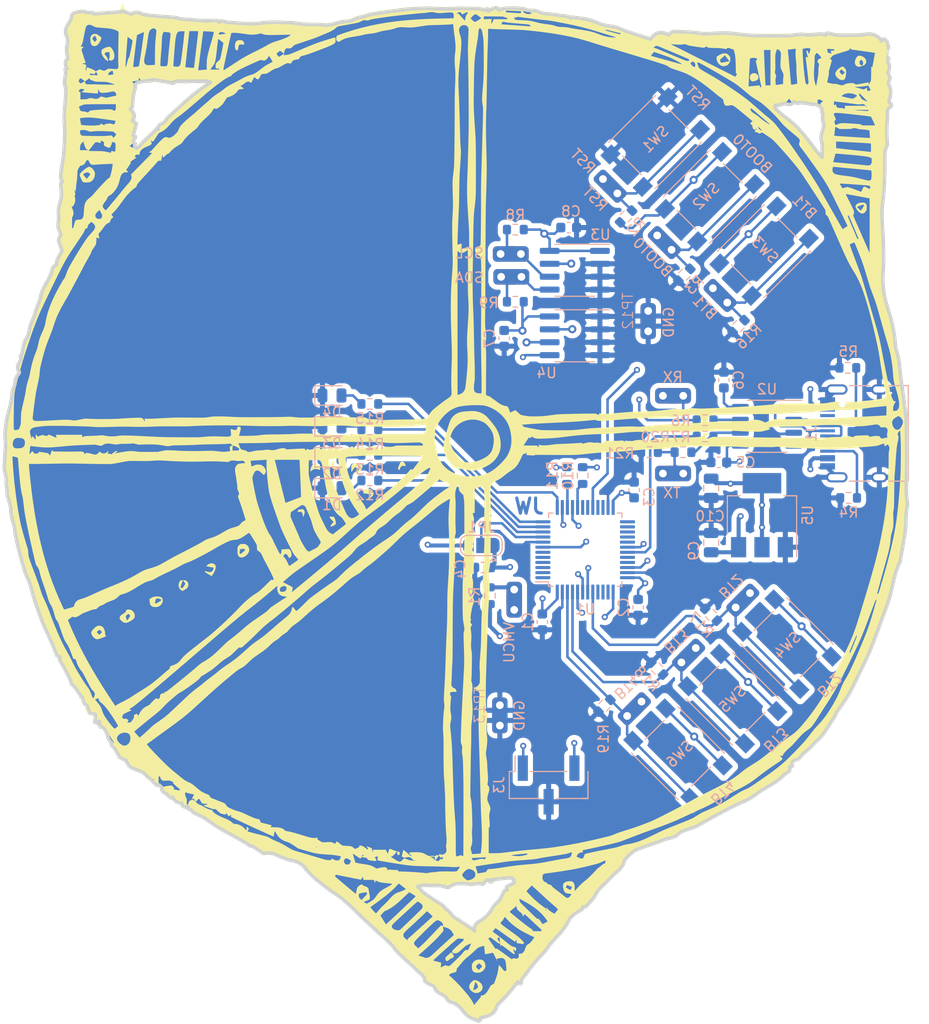
<source format=kicad_pcb>
(kicad_pcb (version 20221018) (generator pcbnew)
  (layers (0 "F.Cu" signal) (1 "In1.Cu" signal) (2 "In2.Cu" signal) (31 "B.Cu" signal) (34 "B.Paste" user) (35 "F.Paste" user) (36 "B.SilkS" user "B.Silkscreen") (37 "F.SilkS" user "F.Silkscreen") (38 "B.Mask" user) (39 "F.Mask" user) (44 "Edge.Cuts" user))
  (net 0 "")
  (net 1 "/VMCU")
  (net 2 "GND")
  (net 3 "+5V")
  (net 4 "Net-(U2-V3)")
  (net 5 "+3.3V")
  (net 6 "Net-(D1-A)")
  (net 7 "Net-(D2-A)")
  (net 8 "Net-(D3-A)")
  (net 9 "Net-(D4-A)")
  (net 10 "Net-(J1-CC1)")
  (net 11 "Net-(U2-UD+)")
  (net 12 "Net-(U2-UD-)")
  (net 14 "Net-(J1-CC2)")
  (net 16 "/SWDIO")
  (net 17 "/SWCLK")
  (net 18 "/NRST")
  (net 19 "/BOOT")
  (net 20 "RX")
  (net 21 "Net-(U1-PA9)")
  (net 22 "TX")
  (net 23 "Net-(U1-PA10)")
  (net 24 "SCL")
  (net 25 "SDA")
  (net 26 "Net-(U1-PA0)")
  (net 27 "Net-(U1-PA1)")
  (net 28 "Net-(U1-PA2)")
  (net 29 "Net-(U1-PA3)")
  (net 30 "Net-(U1-PB5)")
  (net 31 "Net-(U1-PB8)")
  (net 32 "Net-(U1-PB2)")
  (net 33 "Net-(U1-PB9)")
  (net 34 "Net-(R20-Pad2)")
  (net 42 "Net-(JP1-C)")
  (net 47 "Net-(U1-PA7)")
  (net 48 "Net-(U1-PA6)")
  (net 49 "Net-(U1-PA5)")
  (net 54 "Net-(U1-PA4)")
  (footprint "TP:ENISA23_TESTPROTO_F.SILKS(1)" (layer "F.Cu") (at 223.1 85)
    (fp_text reference "G***" hide)
    (fp_text value "LOGO" hide)
  )
  (footprint "TP:TestPoint_CLIP" (layer "B.Cu") (at 242.1 66.2 -90)
    (fp_text reference "TP12")
    (fp_text value "TestPoint")
  )
  (footprint "TP:TestPoint_CLIP" (layer "B.Cu") (at 244.55 81.2 180)
    (fp_text reference "TP4" hide)
    (fp_text value "TX")
  )
  (footprint "Resistor_SMD:R_0603_1608Metric" (layer "B.Cu") (at 248.290057 95.100469 -45)
    (fp_text reference "R17")
    (fp_text value "10k")
  )
  (footprint "Resistor_SMD:R_0603_1608Metric" (layer "B.Cu") (at 247.7 75.95 180)
    (fp_text reference "R6")
    (fp_text value "1k")
  )
  (footprint "Resistor_SMD:R_0603_1608Metric" (layer "B.Cu") (at 229.025 64.295 180)
    (fp_text reference "R9")
    (fp_text value "4.7k")
  )
  (footprint "Resistor_SMD:R_0603_1608Metric" (layer "B.Cu") (at 247.7 77.55 180)
    (fp_text reference "R7")
    (fp_text value "1k")
  )
  (footprint "Package_SO:SOIC-8_3.9x4.9mm_P1.27mm" (layer "B.Cu") (at 234.875 61.195 180)
    (fp_text reference "U3")
    (fp_text value "AIP24C02ASA8")
  )
  (footprint "Resistor_SMD:R_0603_1608Metric" (layer "B.Cu") (at 239.926348 55.908686 45)
    (fp_text reference "R2")
    (fp_text value "10k")
  )
  (footprint "TP:TestPoint_CLIP" (layer "B.Cu") (at 227.5 105 -90)
    (fp_text reference "TP13")
    (fp_text value "TestPoint")
  )
  (footprint "TP:TestPoint_CLIP" (layer "B.Cu") (at 228.575 59.595 180)
    (fp_text reference "TP7" hide)
    (fp_text value "SCL")
  )
  (footprint "Package_SO:SOIC-8_3.9x4.9mm_P1.27mm" (layer "B.Cu") (at 234.875 67.645 180)
    (fp_text reference "U4")
    (fp_text value "AIP24C02ASA8")
  )
  (footprint "Button_Switch_SMD:SW_Push_1P1T_NO_6x6mm_H9.5mm" (layer "B.Cu") (at 255.753569 97.996072 135)
    (fp_text reference "SW4")
    (fp_text value "SW_Push")
  )
  (footprint "Diode_SMD:D_0805_2012Metric" (layer "B.Cu") (at 210.975 73.52)
    (fp_text reference "D4")
    (fp_text value "LED")
  )
  (footprint "Capacitor_SMD:C_0805_2012Metric" (layer "B.Cu") (at 248.3 88 90)
    (fp_text reference "C9")
    (fp_text value "22uF")
  )
  (footprint "TP:TestPoint_CLIP" (layer "B.Cu") (at 238.356571 52.924695 -45)
    (fp_text reference "TP1" hide)
    (fp_text value "TestPoint")
  )
  (footprint "Capacitor_SMD:C_0603_1608Metric" (layer "B.Cu") (at 249.05 80.1 180)
    (fp_text reference "C5")
    (fp_text value "100nF")
  )
  (footprint "Capacitor_SMD:C_0603_1608Metric" (layer "B.Cu") (at 234.275 56.995)
    (fp_text reference "C8")
    (fp_text value "100nF")
  )
  (footprint "Resistor_SMD:R_0603_1608Metric" (layer "B.Cu") (at 235.65 81.4 -90)
    (fp_text reference "R10")
    (fp_text value "1k")
  )
  (footprint "Jumper:SolderJumper-3_P1.3mm_Bridged12_RoundedPad1.0x1.5mm" (layer "B.Cu") (at 225.675 88.2825 180)
    (fp_text reference "JP1")
    (fp_text value "SolderJumper_3_Bridged12")
  )
  (footprint "TP:TestPoint_CLIP" (layer "B.Cu") (at 240.738156 104.349426 45)
    (fp_text reference "TP11" hide)
    (fp_text value "TestPoint")
  )
  (footprint "Resistor_SMD:R_0603_1608Metric" (layer "B.Cu") (at 214.7 81.88)
    (fp_text reference "R12")
    (fp_text value "470")
  )
  (footprint "Button_Switch_SMD:SW_Push_1P1T_NO_6x6mm_H9.5mm" (layer "B.Cu") (at 253.509869 59.309869 -135)
    (fp_text reference "SW3")
    (fp_text value "SW_Push")
  )
  (footprint "Resistor_SMD:R_0603_1608Metric" (layer "B.Cu") (at 242.225 79.1 180)
    (fp_text reference "R21")
    (fp_text value "2k")
  )
  (footprint "Resistor_SMD:R_0603_1608Metric" (layer "B.Cu") (at 245.653913 61.636251 45)
    (fp_text reference "R3")
    (fp_text value "10k")
  )
  (footprint "Button_Switch_SMD:SW_Push_1P1T_NO_6x6mm_H9.5mm" (layer "B.Cu") (at 242.790131 48.590131 -135)
    (fp_text reference "SW1")
    (fp_text value "SW_Push")
  )
  (footprint "TP:TestPoint_CLIP" (layer "B.Cu") (at 249.175305 63.672718 135)
    (fp_text reference "TP6" hide)
    (fp_text value "TestPoint")
  )
  (footprint "TP:TestPoint_CLIP" (layer "B.Cu") (at 243.695227 58.475483 135)
    (fp_text reference "TP2" hide)
    (fp_text value "TestPoint")
  )
  (footprint "Package_TO_SOT_SMD:SOT-223-3_TabPin2" (layer "B.Cu") (at 253.3 85.3 90)
    (fp_text reference "U5")
    (fp_text value "AMS1117-3.3")
  )
  (footprint "Diode_SMD:D_0805_2012Metric" (layer "B.Cu") (at 210.975 82.640001)
    (fp_text reference "D1")
    (fp_text value "LED")
  )
  (footprint "Capacitor_SMD:C_0603_1608Metric" (layer "B.Cu") (at 227.925 67.895 -90)
    (fp_text reference "C7")
    (fp_text value "100nF")
  )
  (footprint "Resistor_SMD:R_0603_1608Metric" (layer "B.Cu") (at 234.1 81.4 -90)
    (fp_text reference "R11")
    (fp_text value "1k")
  )
  (footprint "TP:TestPoint_CLIP" (layer "B.Cu") (at 228.625 61.845)
    (fp_text reference "TP8" hide)
    (fp_text value "SDA")
  )
  (footprint "TP:TestPoint_CLIP" (layer "B.Cu") (at 246.076812 99.081481 45)
    (fp_text reference "TP10" hide)
    (fp_text value "TestPoint")
  )
  (footprint "Capacitor_SMD:C_0603_1608Metric" (layer "B.Cu") (at 241.112501 94.37 -90)
    (fp_text reference "C2")
    (fp_text value "100nF")
  )
  (footprint "Capacitor_SMD:C_0805_2012Metric" (layer "B.Cu") (at 248.3 82.65 -90)
    (fp_text reference "C10")
    (fp_text value "22uF")
  )
  (footprint "Capacitor_SMD:C_0603_1608Metric" (layer "B.Cu") (at 240.7125 82.820001 90)
    (fp_text reference "C3")
    (fp_text value "100nF")
  )
  (footprint "Resistor_SMD:R_0603_1608Metric" (layer "B.Cu") (at 245.525 79.1 180)
    (fp_text reference "R20")
    (fp_text value "1k")
  )
  (footprint "Resistor_SMD:R_0603_1608Metric" (layer "B.Cu") (at 226.525 93.225 90)
    (fp_text reference "R1")
    (fp_text value "1")
  )
  (footprint "TP:TestPoint_CLIP" (layer "B.Cu") (at 228.9125 93.62 -90)
    (fp_text reference "TP5" hide)
    (fp_text value "VMCU")
  )
  (footprint "Capacitor_SMD:C_0603_1608Metric" (layer "B.Cu") (at 231.675 95.8 -90)
    (fp_text reference "C1")
    (fp_text value "100nF")
  )
  (footprint "Package_QFP:LQFP-48_7x7mm_P0.5mm" (layer "B.Cu") (at 235.9 88.7)
    (fp_text reference "U1")
    (fp_text value "STM32F103C8Tx")
  )
  (footprint "Capacitor_SMD:C_0603_1608Metric" (layer "B.Cu") (at 249.55 72 90)
    (fp_text reference "C6")
    (fp_text value "100nF")
  )
  (footprint "TP:TestPoint_CLIP" (layer "B.Cu") (at 244.55 73.55 180)
    (fp_text reference "TP3" hide)
    (fp_text value "RX")
  )
  (footprint "Resistor_SMD:R_0603_1608Metric" (layer "B.Cu") (at 229.025 57.195 180)
    (fp_text reference "R8")
    (fp_text value "4.7k")
  )
  (footprint "Connector_PinHeader_2.54mm:PinHeader_1x03_P2.54mm_Vertical_SMD_Pin1Left" (layer "B.Cu") (at 232.3 111.85 -90)
    (fp_text reference "J3")
    (fp_text value "Conn_01x03")
  )
  (footprint "Button_Switch_SMD:SW_Push_1P1T_NO_6x6mm_H9.5mm" (layer "B.Cu") (at 248.15 53.95 -135)
    (fp_text reference "SW2")
    (fp_text value "SW_Push")
  )
  (footprint "Resistor_SMD:R_0603_1608Metric" (layer "B.Cu") (at 237.789521 104.04537 45)
    (fp_text reference "R19")
    (fp_text value "10k")
  )
  (footprint "Package_SO:SOP-8_3.9x4.9mm_P1.27mm" (layer "B.Cu") (at 253.8 76.55 180)
    (fp_text reference "U2")
    (fp_text value "CH340N")
  )
  (footprint "Resistor_SMD:R_0603_1608Metric" (layer "B.Cu") (at 242.986756 100.40377 -45)
    (fp_text reference "R18")
    (fp_text value "10k")
  )
  (footprint "Resistor_SMD:R_0603_1608Metric" (layer "B.Cu") (at 214.7 79.37)
    (fp_text reference "R13")
    (fp_text value "470")
  )
  (footprint "Connector_USB:USB_C_Receptacle_HRO_TYPE-C-31-M-12" (layer "B.Cu") (at 263.8 77.25 -90)
    (fp_text reference "J1")
    (fp_text value "USB_C_Receptacle_USB2.0")
  )
  (footprint "TP:TestPoint_CLIP" (layer "B.Cu") (at 251.415469 93.672114 45)
    (fp_text reference "TP9" hide)
    (fp_text value "TestPoint")
  )
  (footprint "Diode_SMD:D_0805_2012Metric" (layer "B.Cu") (at 210.975 76.559999)
    (fp_text reference "D3")
    (fp_text value "LED")
  )
  (footprint "Resistor_SMD:R_0603_1608Metric" (layer "B.Cu") (at 250.992569 66.692064 45)
    (fp_text reference "R16")
    (fp_text value "10k")
  )
  (footprint "Capacitor_SMD:C_0603_1608Metric" (layer "B.Cu") (at 225.8 90.45 180)
    (fp_text reference "C4")
    (fp_text value "100nF")
  )
  (footprint "Resistor_SMD:R_0603_1608Metric" (layer "B.Cu") (at 214.7 76.86)
    (fp_text reference "R14")
    (fp_text value "470")
  )
  (footprint "Resistor_SMD:R_0603_1608Metric" (layer "B.Cu") (at 261.75 70.8)
    (fp_text reference "R5")
    (fp_text value "5.1k")
  )
  (footprint "Button_Switch_SMD:SW_Push_1P1T_NO_6x6mm_H9.5mm" (layer "B.Cu") (at 245.03383 108.71581 135)
    (fp_text reference "SW6")
    (fp_text value "SW_Push")
  )
  (footprint "Button_Switch_SMD:SW_Push_1P1T_NO_6x6mm_H9.5mm" (layer "B.Cu") (at 250.393699 103.355941 135)
    (fp_text reference "SW5")
    (fp_text value "SW_Push")
  )
  (footprint "Resistor_SMD:R_0603_1608Metric" (layer "B.Cu") (at 214.7 74.35)
    (fp_text reference "R15")
    (fp_text value "470")
  )
  (footprint "Diode_SMD:D_0805_2012Metric" (layer "B.Cu") (at 210.975 79.6)
    (fp_text reference "D2")
    (fp_text value "LED")
  )
  (footprint "Resistor_SMD:R_0603_1608Metric" (layer "B.Cu") (at 261.825 83.6)
    (fp_text reference "R4")
    (fp_text value "5.1k")
  )
  (gr_curve (pts (xy 236.910142 122.672573) (xy 237.126195 122.270427) (xy 237.415443 121.917937) (xy 237.76769 121.627554)) (stroke (width 0.35)) (layer "Edge.Cuts"))
  (gr_curve (pts (xy 248.410362 115.043008) (xy 248.900394 114.774354) (xy 249.396197 114.513778) (xy 249.890838 114.253195)) (stroke (width 0.35)) (layer "Edge.Cuts"))
  (gr_curve (pts (xy 259.613073 37.905059) (xy 259.570412 38.157569) (xy 259.47932 38.019206) (xy 259.350182 37.978853)) (stroke (width 0.35)) (layer "Edge.Cuts"))
  (gr_curve (pts (xy 184.878013 37.195958) (xy 184.760403 37.438088) (xy 184.698143 37.812819) (xy 184.806526 38.033049)) (stroke (width 0.35)) (layer "Edge.Cuts"))
  (gr_curve (pts (xy 183.812627 60.66906) (xy 183.46326 60.775143) (xy 183.44827 61.159092) (xy 183.397537 61.327435)) (stroke (width 0.35)) (layer "Edge.Cuts"))
  (gr_curve (pts (xy 183.94061 60.149056) (xy 183.866815 60.31509) (xy 183.897949 60.642543) (xy 183.812627 60.66906)) (stroke (width 0.35)) (layer "Edge.Cuts"))
  (gr_curve (pts (xy 236.240276 36.543347) (xy 235.681066 36.408446) (xy 235.098794 36.365785) (xy 234.524587 36.282764)) (stroke (width 0.35)) (layer "Edge.Cuts"))
  (gr_curve (pts (xy 231.981033 128.175868) (xy 232.160903 127.966018) (xy 232.291195 127.713507) (xy 232.471065 127.503657)) (stroke (width 0.35)) (layer "Edge.Cuts"))
  (gr_curve (pts (xy 182.455524 95.772645) (xy 182.718415 96.428712) (xy 183.042413 97.060569) (xy 183.327204 97.708564)) (stroke (width 0.35)) (layer "Edge.Cuts"))
  (gr_curve (pts (xy 259.271778 45.705217) (xy 259.286768 46.048814) (xy 259.241798 46.377428) (xy 259.327128 46.667983)) (stroke (width 0.35)) (layer "Edge.Cuts"))
  (gr_curve (pts (xy 228.369785 132.34748) (xy 228.677645 131.996966) (xy 228.956673 131.619927) (xy 229.259917 131.24058)) (stroke (width 0.35)) (layer "Edge.Cuts"))
  (gr_curve (pts (xy 245.052779 116.697591) (xy 245.244184 116.51195) (xy 245.518602 116.397803) (xy 245.772267 116.292881)) (stroke (width 0.35)) (layer "Edge.Cuts"))
  (gr_curve (pts (xy 265.789783 40.344845) (xy 265.785166 40.341383) (xy 265.704461 40.279122) (xy 265.699844 40.27566)) (stroke (width 0.35)) (layer "Edge.Cuts"))
  (gr_curve (pts (xy 198.115794 42.612826) (xy 198.307191 42.612826) (xy 198.498596 42.597837) (xy 198.688839 42.612826)) (stroke (width 0.35)) (layer "Edge.Cuts"))
  (gr_curve (pts (xy 234.167155 36.215894) (xy 233.614862 36.131719) (xy 233.059108 36.074068) (xy 232.505654 35.99451)) (stroke (width 0.35)) (layer "Edge.Cuts"))
  (gr_curve (pts (xy 258.472738 44.877352) (xy 258.635318 44.870434) (xy 259.020421 44.967284) (xy 259.179538 45.331641)) (stroke (width 0.35)) (layer "Edge.Cuts"))
  (gr_curve (pts (xy 228.822927 121.459547) (xy 228.814855 121.486064) (xy 228.807937 121.511434) (xy 228.802166 121.537952)) (stroke (width 0.35)) (layer "Edge.Cuts"))
  (gr_curve (pts (xy 220.024252 122.461519) (xy 219.822474 122.308166) (xy 219.672583 122.085634) (xy 219.435062 121.825052)) (stroke (width 0.35)) (layer "Edge.Cuts"))
  (gr_curve (pts (xy 192.497147 48.459775) (xy 192.273462 48.67769) (xy 192.085519 48.935971) (xy 191.843382 49.128523)) (stroke (width 0.35)) (layer "Edge.Cuts"))
  (gr_curve (pts (xy 181.679547 65.650092) (xy 181.563091 65.961408) (xy 181.410892 66.260042) (xy 181.307117 66.575968)) (stroke (width 0.35)) (layer "Edge.Cuts"))
  (gr_curve (pts (xy 185.207774 101.490456) (xy 185.263116 101.611522) (xy 185.280414 101.749885) (xy 185.334603 101.951663)) (stroke (width 0.35)) (layer "Edge.Cuts"))
  (gr_curve (pts (xy 265.578779 47.720688) (xy 265.581087 47.232964) (xy 265.586851 46.740624) (xy 265.654875 46.258664)) (stroke (width 0.35)) (layer "Edge.Cuts"))
  (gr_curve (pts (xy 187.158676 104.791543) (xy 187.328173 104.868793) (xy 187.646406 104.839968) (xy 187.683304 104.939125)) (stroke (width 0.35)) (layer "Edge.Cuts"))
  (gr_curve (pts (xy 223.122413 133.371359) (xy 223.235407 133.502805) (xy 223.399133 133.574291) (xy 223.515589 133.693048)) (stroke (width 0.35)) (layer "Edge.Cuts"))
  (gr_curve (pts (xy 266.412408 68.425403) (xy 266.351301 67.206664) (xy 266.035376 66.037504) (xy 265.674481 64.901786)) (stroke (width 0.35)) (layer "Edge.Cuts"))
  (gr_curve (pts (xy 198.570082 36.644813) (xy 197.74221 36.603306) (xy 196.916654 36.536429) (xy 196.089943 36.467251)) (stroke (width 0.35)) (layer "Edge.Cuts"))
  (gr_curve (pts (xy 253.277247 112.382999) (xy 254.032471 111.903347) (xy 254.86149 111.530925) (xy 255.479505 110.854098)) (stroke (width 0.35)) (layer "Edge.Cuts"))
  (gr_curve (pts (xy 178.726666 80.311852) (xy 178.636735 80.886052) (xy 178.981485 81.426817) (xy 178.908845 82.020624)) (stroke (width 0.35)) (layer "Edge.Cuts"))
  (gr_curve (pts (xy 191.257654 110.14038) (xy 191.725779 110.442477) (xy 192.380691 110.45746) (xy 192.725442 110.965944)) (stroke (width 0.35)) (layer "Edge.Cuts"))
  (gr_curve (pts (xy 199.704647 115.986175) (xy 200.614378 116.520022) (xy 201.547164 117.016972) (xy 202.467276 117.535829)) (stroke (width 0.35)) (layer "Edge.Cuts"))
  (gr_curve (pts (xy 193.989151 111.867604) (xy 194.07101 111.950618) (xy 194.154031 112.032484) (xy 194.235891 112.115498)) (stroke (width 0.35)) (layer "Edge.Cuts"))
  (gr_curve (pts (xy 196.287111 113.930352) (xy 196.394341 113.976468) (xy 196.570749 114.052571) (xy 196.757537 114.133277)) (stroke (width 0.35)) (layer "Edge.Cuts"))
  (gr_curve (pts (xy 267.360191 87.183827) (xy 267.406307 86.9071) (xy 267.433985 86.624617) (xy 267.450122 86.344435)) (stroke (width 0.35)) (layer "Edge.Cuts"))
  (gr_curve (pts (xy 209.461527 121.183986) (xy 210.064333 121.684699) (xy 210.682002 122.175048) (xy 211.339739 122.595266)) (stroke (width 0.35)) (layer "Edge.Cuts"))
  (gr_curve (pts (xy 267.603475 84.01534) (xy 267.425913 83.076783) (xy 267.529681 82.141689) (xy 267.534297 81.203132)) (stroke (width 0.35)) (layer "Edge.Cuts"))
  (gr_curve (pts (xy 267.020049 72.196923) (xy 266.923193 71.45438) (xy 266.874768 70.706073) (xy 266.759467 69.966986)) (stroke (width 0.35)) (layer "Edge.Cuts"))
  (gr_curve (pts (xy 191.615087 48.022777) (xy 191.574734 48.005486) (xy 191.494021 47.969743) (xy 191.417918 47.937455)) (stroke (width 0.35)) (layer "Edge.Cuts"))
  (gr_curve (pts (xy 265.966751 44.799027) (xy 265.721857 44.654454) (xy 265.817141 44.478229) (xy 265.873951 44.300844)) (stroke (width 0.35)) (layer "Edge.Cuts"))
  (gr_curve (pts (xy 254.613596 44.952294) (xy 254.695456 44.963828) (xy 254.781932 44.999572) (xy 254.856881 44.983428)) (stroke (width 0.35)) (layer "Edge.Cuts"))
  (gr_curve (pts (xy 263.912669 98.678248) (xy 264.336978 97.669358) (xy 264.697873 96.633952) (xy 265.076066 95.60661)) (stroke (width 0.35)) (layer "Edge.Cuts"))
  (gr_curve (pts (xy 184.875705 39.227572) (xy 184.800763 39.597686) (xy 184.917211 40.008159) (xy 184.950653 40.426705)) (stroke (width 0.35)) (layer "Edge.Cuts"))
  (gr_curve (pts (xy 184.225402 99.272054) (xy 184.208111 99.387356) (xy 184.152761 99.501503) (xy 184.187357 99.569527)) (stroke (width 0.35)) (layer "Edge.Cuts"))
  (gr_curve (pts (xy 265.759803 39.347483) (xy 265.760958 39.345175) (xy 265.763259 39.344028) (xy 265.764413 39.342874)) (stroke (width 0.35)) (layer "Edge.Cuts"))
  (gr_curve (pts (xy 184.758095 41.791879) (xy 184.745413 42.22887) (xy 184.547098 42.645114) (xy 184.722351 43.107468)) (stroke (width 0.35)) (layer "Edge.Cuts"))
  (gr_curve (pts (xy 194.889656 42.701611) (xy 195.054537 42.730436) (xy 195.283986 42.841121) (xy 195.371616 42.770789)) (stroke (width 0.35)) (layer "Edge.Cuts"))
  (gr_curve (pts (xy 184.241546 57.816499) (xy 183.884113 58.252342) (xy 184.200039 58.60862) (xy 184.303813 58.991423)) (stroke (width 0.35)) (layer "Edge.Cuts"))
  (gr_curve (pts (xy 192.508674 36.045243) (xy 192.335722 36.021034) (xy 192.177759 35.906886) (xy 192.007115 35.856153)) (stroke (width 0.35)) (layer "Edge.Cuts"))
  (gr_curve (pts (xy 222.764974 121.743185) (xy 222.981742 121.58753) (xy 223.319575 121.561013) (xy 223.606675 121.552941)) (stroke (width 0.35)) (layer "Edge.Cuts"))
  (gr_curve (pts (xy 180.300536 70.101887) (xy 180.143728 70.34287) (xy 179.850857 70.785632) (xy 180.190998 71.177653)) (stroke (width 0.35)) (layer "Edge.Cuts"))
  (gr_curve (pts (xy 234.26061 125.23558) (xy 234.51842 124.696103) (xy 235.034218 124.415357) (xy 235.559821 124.130326)) (stroke (width 0.35)) (layer "Edge.Cuts"))
  (gr_curve (pts (xy 260.197654 37.948874) (xy 260.083506 37.929274) (xy 259.985495 37.887768) (xy 259.882875 37.877387)) (stroke (width 0.35)) (layer "Edge.Cuts"))
  (gr_curve (pts (xy 222.356809 133.010465) (xy 222.451357 133.20878) (xy 222.858368 133.256058) (xy 223.122413 133.371359)) (stroke (width 0.35)) (layer "Edge.Cuts"))
  (gr_curve (pts (xy 200.077069 36.65173) (xy 200.019418 36.643658) (xy 199.949085 36.730135) (xy 199.876445 36.779713)) (stroke (width 0.35)) (layer "Edge.Cuts"))
  (gr_curve (pts (xy 180.190998 71.177653) (xy 180.21406 71.205324) (xy 180.207142 71.290653) (xy 180.180625 71.322934)) (stroke (width 0.35)) (layer "Edge.Cuts"))
  (gr_curve (pts (xy 181.723362 93.704133) (xy 181.948194 94.399406) (xy 182.18226 95.094671) (xy 182.455524 95.772645)) (stroke (width 0.35)) (layer "Edge.Cuts"))
  (gr_curve (pts (xy 188.074171 105.595192) (xy 188.100695 105.772761) (xy 188.126058 105.949169) (xy 188.153729 106.132501)) (stroke (width 0.35)) (layer "Edge.Cuts"))
  (gr_curve (pts (xy 259.185302 48.646563) (xy 259.197983 48.645409) (xy 259.211826 48.644255) (xy 259.225662 48.643101)) (stroke (width 0.35)) (layer "Edge.Cuts"))
  (gr_curve (pts (xy 197.098832 114.270486) (xy 197.187617 114.37887) (xy 197.256795 114.522997) (xy 197.370942 114.586418)) (stroke (width 0.35)) (layer "Edge.Cuts"))
  (gr_curve (pts (xy 216.682813 127.418335) (xy 216.990666 127.729651) (xy 217.222423 128.118217) (xy 217.534893 128.424916)) (stroke (width 0.35)) (layer "Edge.Cuts"))
  (gr_curve (pts (xy 222.187312 35.484878) (xy 221.67768 35.483724) (xy 221.168049 35.428382) (xy 220.657264 35.414546)) (stroke (width 0.35)) (layer "Edge.Cuts"))
  (gr_curve (pts (xy 232.471065 127.503657) (xy 233.099952 126.769959) (xy 233.836364 126.123327) (xy 234.26061 125.23558)) (stroke (width 0.35)) (layer "Edge.Cuts"))
  (gr_curve (pts (xy 184.619738 45.994625) (xy 184.604749 46.572288) (xy 184.683153 47.152251) (xy 184.677389 47.731068)) (stroke (width 0.35)) (layer "Edge.Cuts"))
  (gr_curve (pts (xy 187.378906 35.813492) (xy 187.157528 35.901116) (xy 186.721685 35.840009) (xy 186.709003 35.755841)) (stroke (width 0.35)) (layer "Edge.Cuts"))
  (gr_curve (pts (xy 263.547165 37.974244) (xy 262.863427 38.094155) (xy 262.150864 38.049186) (xy 261.449828 38.066484)) (stroke (width 0.35)) (layer "Edge.Cuts"))
  (gr_curve (pts (xy 194.060637 36.211277) (xy 193.542927 36.165161) (xy 193.024069 36.117883) (xy 192.508674 36.045243)) (stroke (width 0.35)) (layer "Edge.Cuts"))
  (gr_curve (pts (xy 265.764413 39.342874) (xy 265.780557 39.330192) (xy 265.684855 38.795191) (xy 265.583389 38.674126)) (stroke (width 0.35)) (layer "Edge.Cuts"))
  (gr_curve (pts (xy 199.63316 36.606761) (xy 199.279183 36.600997) (xy 198.922905 36.662111) (xy 198.570082 36.644813)) (stroke (width 0.35)) (layer "Edge.Cuts"))
  (gr_curve (pts (xy 265.583389 38.674126) (xy 265.463477 38.529999) (xy 265.267463 38.267107) (xy 265.064531 38.63492)) (stroke (width 0.35)) (layer "Edge.Cuts"))
  (gr_curve (pts (xy 221.2257 123.274394) (xy 220.8256 123.002284) (xy 220.409362 122.753228) (xy 220.024252 122.461519)) (stroke (width 0.35)) (layer "Edge.Cuts"))
  (gr_curve (pts (xy 194.566806 46.506565) (xy 194.375408 46.835172) (xy 193.766612 46.772911) (xy 193.86116 47.321748)) (stroke (width 0.35)) (layer "Edge.Cuts"))
  (gr_curve (pts (xy 190.68691 109.403608) (xy 190.757242 109.646893) (xy 191.113527 110.18074) (xy 191.257654 110.14038)) (stroke (width 0.35)) (layer "Edge.Cuts"))
  (gr_curve (pts (xy 186.355027 35.731626) (xy 185.968762 35.782359) (xy 185.40148 35.823865) (xy 185.358819 36.176688)) (stroke (width 0.35)) (layer "Edge.Cuts"))
  (gr_curve (pts (xy 186.655962 103.886421) (xy 187.066436 104.068599) (xy 187.000713 104.717748) (xy 187.158676 104.791543)) (stroke (width 0.35)) (layer "Edge.Cuts"))
  (gr_curve (pts (xy 191.620921 43.206336) (xy 191.632506 43.154731) (xy 191.617252 43.075802) (xy 191.58355 43.035041)) (stroke (width 0.35)) (layer "Edge.Cuts"))
  (gr_curve (pts (xy 196.279022 44.82067) (xy 196.026867 45.038818) (xy 195.789393 45.272542) (xy 195.547429 45.501943)) (stroke (width 0.35)) (layer "Edge.Cuts"))
  (gr_curve (pts (xy 231.267316 35.739697) (xy 230.979062 35.587498) (xy 230.580122 35.648605) (xy 230.181176 35.609406)) (stroke (width 0.35)) (layer "Edge.Cuts"))
  (gr_curve (pts (xy 184.347621 51.25584) (xy 184.293433 51.666313) (xy 184.174669 52.088314) (xy 184.428334 52.458435)) (stroke (width 0.35)) (layer "Edge.Cuts"))
  (gr_curve (pts (xy 191.145808 45.332795) (xy 191.247274 45.259) (xy 191.371802 45.099884) (xy 191.334905 45.091812)) (stroke (width 0.35)) (layer "Edge.Cuts"))
  (gr_curve (pts (xy 235.654549 123.854358) (xy 235.726035 123.850902) (xy 235.893217 123.891255) (xy 235.949721 123.830149)) (stroke (width 0.35)) (layer "Edge.Cuts"))
  (gr_curve (pts (xy 195.307047 113.075963) (xy 195.467311 113.471446) (xy 195.794771 113.607502) (xy 196.185645 113.665152)) (stroke (width 0.35)) (layer "Edge.Cuts"))
  (gr_curve (pts (xy 179.801278 87.138858) (xy 179.92696 87.744191) (xy 180.051488 88.349525) (xy 180.207142 88.946787)) (stroke (width 0.35)) (layer "Edge.Cuts"))
  (gr_curve (pts (xy 195.663326 36.334651) (xy 195.129478 36.282764) (xy 194.594484 36.258555) (xy 194.060637 36.211277)) (stroke (width 0.35)) (layer "Edge.Cuts"))
  (gr_curve (pts (xy 256.463032 44.624841) (xy 256.597933 44.67442) (xy 256.738604 44.783958) (xy 256.841225 44.755133)) (stroke (width 0.35)) (layer "Edge.Cuts"))
  (gr_curve (pts (xy 180.802096 90.993391) (xy 180.912788 91.33584) (xy 181.11572 91.649457) (xy 181.228713 91.991907)) (stroke (width 0.35)) (layer "Edge.Cuts"))
  (gr_curve (pts (xy 186.709003 35.755841) (xy 186.582167 35.745461) (xy 186.465719 35.71779) (xy 186.355027 35.731626)) (stroke (width 0.35)) (layer "Edge.Cuts"))
  (gr_curve (pts (xy 195.547429 45.501943) (xy 195.206508 45.825162) (xy 194.794851 46.114147) (xy 194.566806 46.506565)) (stroke (width 0.35)) (layer "Edge.Cuts"))
  (gr_curve (pts (xy 203.14525 117.882888) (xy 203.509601 118.107728) (xy 203.864732 118.349858) (xy 204.223318 118.586225)) (stroke (width 0.35)) (layer "Edge.Cuts"))
  (gr_curve (pts (xy 260.560849 38.044576) (xy 260.437476 38.036504) (xy 260.318719 37.982316) (xy 260.197654 37.948874)) (stroke (width 0.35)) (layer "Edge.Cuts"))
  (gr_curve (pts (xy 220.104964 131.10107) (xy 220.113036 131.195618) (xy 220.282533 131.291313) (xy 220.393219 131.361652)) (stroke (width 0.35)) (layer "Edge.Cuts"))
  (gr_curve (pts (xy 259.106898 48.153069) (xy 259.11036 48.317949) (xy 259.157631 48.48283) (xy 259.185302 48.646563)) (stroke (width 0.35)) (layer "Edge.Cuts"))
  (gr_curve (pts (xy 184.897612 41.361806) (xy 184.815745 41.39755) (xy 184.73504 41.433293) (xy 184.714286 41.442512)) (stroke (width 0.35)) (layer "Edge.Cuts"))
  (gr_curve (pts (xy 256.307377 109.961664) (xy 256.126353 109.629595) (xy 256.476867 109.404762) (xy 256.589861 109.394382)) (stroke (width 0.35)) (layer "Edge.Cuts"))
  (gr_curve (pts (xy 266.931265 89.682412) (xy 267.074245 88.849937) (xy 267.222981 88.017456) (xy 267.360191 87.183827)) (stroke (width 0.35)) (layer "Edge.Cuts"))
  (gr_curve (pts (xy 257.13178 37.974244) (xy 256.724769 37.994997) (xy 256.320059 38.098764) (xy 255.913041 38.105682)) (stroke (width 0.35)) (layer "Edge.Cuts"))
  (gr_curve (pts (xy 225.439973 135.096267) (xy 225.467645 135.107802) (xy 225.571419 135.032853) (xy 225.567957 135.012099)) (stroke (width 0.35)) (layer "Edge.Cuts"))
  (gr_curve (pts (xy 185.334603 101.951663) (xy 185.832707 102.247989) (xy 186.31352 103.327211) (xy 186.382698 103.165786)) (stroke (width 0.35)) (layer "Edge.Cuts"))
  (gr_curve (pts (xy 202.467276 117.535829) (xy 202.619475 117.621151) (xy 202.754376 117.738761) (xy 202.914647 117.854063)) (stroke (width 0.35)) (layer "Edge.Cuts"))
  (gr_curve (pts (xy 184.232172 54.460491) (xy 184.083179 54.918523) (xy 184.003861 55.398405) (xy 184.070019 55.875496)) (stroke (width 0.35)) (layer "Edge.Cuts"))
  (gr_curve (pts (xy 229.259917 131.24058) (xy 229.420188 131.473492) (xy 229.615048 131.4758) (xy 229.60813 131.308611)) (stroke (width 0.35)) (layer "Edge.Cuts"))
  (gr_curve (pts (xy 225.329281 125.356741) (xy 225.035264 125.517012) (xy 224.812732 126.280308) (xy 225.015664 126.163853)) (stroke (width 0.35)) (layer "Edge.Cuts"))
  (gr_curve (pts (xy 179.718265 86.490863) (xy 179.764381 86.703021) (xy 179.756316 86.926707) (xy 179.801278 87.138858)) (stroke (width 0.35)) (layer "Edge.Cuts"))
  (gr_curve (pts (xy 239.752338 119.328621) (xy 239.759521 119.287902) (xy 239.77621 119.248184) (xy 239.803215 119.216873)) (stroke (width 0.35)) (layer "Edge.Cuts"))
  (gr_curve (pts (xy 214.65927 36.042941) (xy 214.380242 36.106356) (xy 214.115043 36.241257) (xy 213.834861 36.288534)) (stroke (width 0.35)) (layer "Edge.Cuts"))
  (gr_curve (pts (xy 178.908845 82.020624) (xy 178.873102 82.316943) (xy 179.012619 82.631721) (xy 179.001085 82.934965)) (stroke (width 0.35)) (layer "Edge.Cuts"))
  (gr_curve (pts (xy 222.2 121.9) (xy 222.460576 121.983014) (xy 222.566659 121.885011) (xy 222.764974 121.743185)) (stroke (width 0.35)) (layer "Edge.Cuts"))
  (gr_curve (pts (xy 265.404672 49.607021) (xy 265.419662 49.346445) (xy 265.555717 49.091626) (xy 265.642193 48.818361)) (stroke (width 0.35)) (layer "Edge.Cuts"))
  (gr_curve (pts (xy 267.519812 76.597792) (xy 267.513298 76.176078) (xy 267.494036 75.754184) (xy 267.448212 75.334916)) (stroke (width 0.35)) (layer "Edge.Cuts"))
  (gr_curve (pts (xy 183.924466 99.152136) (xy 183.888723 99.162516) (xy 184.082429 99.24092) (xy 184.225402 99.272054)) (stroke (width 0.35)) (layer "Edge.Cuts"))
  (gr_curve (pts (xy 226.29551 35.473351) (xy 226.128321 35.519467) (xy 225.961139 35.565591) (xy 225.903488 35.580581)) (stroke (width 0.35)) (layer "Edge.Cuts"))
  (gr_curve (pts (xy 191.417918 47.937455) (xy 191.522847 47.554653) (xy 191.625467 47.176467) (xy 191.739614 46.76023)) (stroke (width 0.35)) (layer "Edge.Cuts"))
  (gr_curve (pts (xy 200.71469 36.791248) (xy 200.500231 36.77395) (xy 200.291535 36.682864) (xy 200.077069 36.65173)) (stroke (width 0.35)) (layer "Edge.Cuts"))
  (gr_curve (pts (xy 213.834861 36.288534) (xy 213.575182 36.332562) (xy 213.122027 36.462834) (xy 212.909551 36.624152)) (stroke (width 0.35)) (layer "Edge.Cuts"))
  (gr_curve (pts (xy 226.934971 123.706162) (xy 226.887266 123.75766) (xy 226.825042 123.854101) (xy 226.791655 123.915852)) (stroke (width 0.35)) (layer "Edge.Cuts"))
  (gr_curve (pts (xy 242.332818 38.446978) (xy 241.582203 38.204847) (xy 240.787773 37.955792) (xy 239.997959 37.690599)) (stroke (width 0.35)) (layer "Edge.Cuts"))
  (gr_curve (pts (xy 265.064531 38.63492) (xy 264.752068 38.052648) (xy 264.119063 37.873932) (xy 263.547165 37.974244)) (stroke (width 0.35)) (layer "Edge.Cuts"))
  (gr_curve (pts (xy 184.384518 59.290057) (xy 184.254227 59.584075) (xy 184.070901 59.855031) (xy 183.94061 60.149056)) (stroke (width 0.35)) (layer "Edge.Cuts"))
  (gr_curve (pts (xy 196.757537 113.951105) (xy 196.929342 113.996067) (xy 196.769071 114.395014) (xy 197.098832 114.270486)) (stroke (width 0.35)) (layer "Edge.Cuts"))
  (gr_curve (pts (xy 184.303813 58.991423) (xy 184.331484 59.092889) (xy 184.416806 59.217416) (xy 184.384518 59.290057)) (stroke (width 0.35)) (layer "Edge.Cuts"))
  (gr_curve (pts (xy 184.187357 99.569527) (xy 184.340703 99.867007) (xy 184.522882 100.150652) (xy 184.687762 100.442361)) (stroke (width 0.35)) (layer "Edge.Cuts"))
  (gr_curve (pts (xy 198.992083 42.708529) (xy 198.544712 43.0233) (xy 198.129629 43.29541) (xy 197.735293 43.596353)) (stroke (width 0.35)) (layer "Edge.Cuts"))
  (gr_curve (pts (xy 192.007115 35.856153) (xy 191.887197 35.82041) (xy 191.749988 35.792732) (xy 191.632385 35.818102)) (stroke (width 0.35)) (layer "Edge.Cuts"))
  (gr_curve (pts (xy 250.81556 113.782762) (xy 251.226033 113.587902) (xy 251.659569 113.433402) (xy 252.052744 113.208562)) (stroke (width 0.35)) (layer "Edge.Cuts"))
  (gr_curve (pts (xy 266.759467 69.966986) (xy 266.677607 69.446974) (xy 266.438932 68.943107) (xy 266.412408 68.425403)) (stroke (width 0.35)) (layer "Edge.Cuts"))
  (gr_curve (pts (xy 181.890543 64.973272) (xy 181.814447 65.196958) (xy 181.761406 65.428715) (xy 181.679547 65.650092)) (stroke (width 0.35)) (layer "Edge.Cuts"))
  (gr_curve (pts (xy 227.163537 133.756326) (xy 227.197908 133.646039) (xy 227.24602 133.539879) (xy 227.3237 133.454378)) (stroke (width 0.35)) (layer "Edge.Cuts"))
  (gr_curve (pts (xy 235.949721 123.830149) (xy 236.290994 123.460044) (xy 236.67724 123.106082) (xy 236.910142 122.672573)) (stroke (width 0.35)) (layer "Edge.Cuts"))
  (gr_curve (pts (xy 265.654875 46.258664) (xy 265.707822 45.874241) (xy 265.464341 45.397898) (xy 265.960094 45.117524)) (stroke (width 0.35)) (layer "Edge.Cuts"))
  (gr_curve (pts (xy 252.052744 113.208562) (xy 252.478207 112.964123) (xy 252.862164 112.647044) (xy 253.277247 112.382999)) (stroke (width 0.35)) (layer "Edge.Cuts"))
  (gr_curve (pts (xy 256.589861 109.394382) (xy 257.014116 109.354893) (xy 257.114847 108.974208) (xy 257.364242 108.765583)) (stroke (width 0.35)) (layer "Edge.Cuts"))
  (gr_curve (pts (xy 193.810427 47.208748) (xy 193.380354 47.618067) (xy 192.934138 48.034312) (xy 192.497147 48.459775)) (stroke (width 0.35)) (layer "Edge.Cuts"))
  (gr_curve (pts (xy 206.049699 118.980562) (xy 206.277994 119.045131) (xy 206.518978 119.189258) (xy 206.783016 119.227309)) (stroke (width 0.35)) (layer "Edge.Cuts"))
  (gr_curve (pts (xy 184.687762 100.442361) (xy 184.753485 100.557663) (xy 184.800763 100.682191) (xy 184.860715 100.800948)) (stroke (width 0.35)) (layer "Edge.Cuts"))
  (gr_curve (pts (xy 226.019937 121.421496) (xy 226.161763 121.179365) (xy 226.287438 121.066365) (xy 226.494986 121.368454)) (stroke (width 0.35)) (layer "Edge.Cuts"))
  (gr_curve (pts (xy 228.475868 120.989115) (xy 228.764122 120.967207) (xy 228.904786 121.155149) (xy 228.89556 121.444558)) (stroke (width 0.35)) (layer "Edge.Cuts"))
  (gr_curve (pts (xy 196.089943 36.467251) (xy 195.945816 36.454569) (xy 195.808607 36.348486) (xy 195.663326 36.334651)) (stroke (width 0.35)) (layer "Edge.Cuts"))
  (gr_curve (pts (xy 256.028342 110.052757) (xy 256.144798 110.091956) (xy 256.330432 110.004325) (xy 256.307377 109.961664)) (stroke (width 0.35)) (layer "Edge.Cuts"))
  (gr_curve (pts (xy 191.429453 44.020662) (xy 191.469819 43.746149) (xy 191.559806 43.478559) (xy 191.620921 43.206336)) (stroke (width 0.35)) (layer "Edge.Cuts"))
  (gr_curve (pts (xy 187.621036 105.651689) (xy 187.638334 105.660915) (xy 187.770927 105.727792) (xy 187.904681 105.79697)) (stroke (width 0.35)) (layer "Edge.Cuts"))
  (gr_curve (pts (xy 193.532553 42.468699) (xy 193.836952 42.519432) (xy 194.102144 42.562093) (xy 194.366182 42.607063)) (stroke (width 0.35)) (layer "Edge.Cuts"))
  (gr_curve (pts (xy 259.350182 37.978853) (xy 259.188764 37.92812) (xy 259.000822 37.944264) (xy 258.825561 37.955792)) (stroke (width 0.35)) (layer "Edge.Cuts"))
  (gr_curve (pts (xy 226.637959 121.183975) (xy 227.250211 121.114797) (xy 227.861308 121.034084) (xy 228.475868 120.989115)) (stroke (width 0.35)) (layer "Edge.Cuts"))
  (gr_curve (pts (xy 191.58355 43.035041) (xy 191.516312 42.953719) (xy 191.796111 42.726974) (xy 192.026714 42.685467)) (stroke (width 0.35)) (layer "Edge.Cuts"))
  (gr_curve (pts (xy 194.662508 112.719685) (xy 194.890803 112.822298) (xy 194.938081 113.251223) (xy 195.307047 113.075963)) (stroke (width 0.35)) (layer "Edge.Cuts"))
  (gr_curve (pts (xy 184.763865 44.010282) (xy 184.726968 44.672112) (xy 184.637029 45.332795) (xy 184.619738 45.994625)) (stroke (width 0.35)) (layer "Edge.Cuts"))
  (gr_curve (pts (xy 179.371206 84.887021) (xy 179.356216 85.417405) (xy 179.601809 85.953561) (xy 179.718265 86.490863)) (stroke (width 0.35)) (layer "Edge.Cuts"))
  (gr_curve (pts (xy 265.205203 54.385121) (xy 265.353939 53.408519) (xy 265.348176 52.407702) (xy 265.388528 51.416104)) (stroke (width 0.35)) (layer "Edge.Cuts"))
  (gr_curve (pts (xy 238.954481 37.289352) (xy 238.556689 37.182122) (xy 238.131226 37.17405) (xy 237.735742 37.06105)) (stroke (width 0.35)) (layer "Edge.Cuts"))
  (gr_curve (pts (xy 225.965749 134.69502) (xy 226.516637 134.555876) (xy 226.979522 134.346775) (xy 227.163537 133.756326)) (stroke (width 0.35)) (layer "Edge.Cuts"))
  (gr_curve (pts (xy 246.775386 115.945822) (xy 247.333449 115.67025) (xy 247.863834 115.341643) (xy 248.410362 115.043008)) (stroke (width 0.35)) (layer "Edge.Cuts"))
  (gr_curve (pts (xy 181.228713 91.991907) (xy 181.4132 92.555734) (xy 181.540029 93.13916) (xy 181.723362 93.704133)) (stroke (width 0.35)) (layer "Edge.Cuts"))
  (gr_curve (pts (xy 223.515589 133.693048) (xy 223.795771 133.981302) (xy 224.014847 134.344505) (xy 224.331926 134.57741)) (stroke (width 0.35)) (layer "Edge.Cuts"))
  (gr_curve (pts (xy 267.4974 85.069199) (xy 267.521609 84.715222) (xy 267.66689 84.34741) (xy 267.603475 84.01534)) (stroke (width 0.35)) (layer "Edge.Cuts"))
  (gr_curve (pts (xy 222.897574 124.774469) (xy 222.781118 124.625726) (xy 222.687724 124.508123) (xy 222.596638 124.389359)) (stroke (width 0.35)) (layer "Edge.Cuts"))
  (gr_curve (pts (xy 226.340479 35.690119) (xy 226.325489 35.617478) (xy 226.310499 35.545992) (xy 226.29551 35.473351)) (stroke (width 0.35)) (layer "Edge.Cuts"))
  (gr_curve (pts (xy 217.990332 35.556544) (xy 217.214027 35.654683) (xy 216.439365 35.770158) (xy 215.664697 35.879208)) (stroke (width 0.35)) (layer "Edge.Cuts"))
  (gr_curve (pts (xy 222.061637 123.897026) (xy 221.886376 123.622607) (xy 221.516255 123.472709) (xy 221.2257 123.274394)) (stroke (width 0.35)) (layer "Edge.Cuts"))
  (gr_curve (pts (xy 265.811691 42.539032) (xy 265.839362 42.447946) (xy 265.937365 42.348788) (xy 265.917766 42.276148)) (stroke (width 0.35)) (layer "Edge.Cuts"))
  (gr_curve (pts (xy 220.063458 121.713212) (xy 220.43588 121.712058) (xy 220.802538 121.768555) (xy 221.181885 121.738575)) (stroke (width 0.35)) (layer "Edge.Cuts"))
  (gr_curve (pts (xy 221.181885 121.738575) (xy 221.516255 121.712058) (xy 221.873695 121.796226) (xy 222.2 121.9)) (stroke (width 0.35)) (layer "Edge.Cuts"))
  (gr_curve (pts (xy 225.015664 126.163853) (xy 224.258132 125.666903) (xy 223.552486 125.204542) (xy 222.897574 124.774469)) (stroke (width 0.35)) (layer "Edge.Cuts"))
  (gr_curve (pts (xy 240.381916 118.650801) (xy 240.693225 118.242629) (xy 241.176339 118.148081) (xy 241.607566 117.975128)) (stroke (width 0.35)) (layer "Edge.Cuts"))
  (gr_curve (pts (xy 226.494986 121.368454) (xy 226.531877 121.42265) (xy 226.682921 121.398434) (xy 226.797076 121.316574)) (stroke (width 0.35)) (layer "Edge.Cuts"))
  (gr_curve (pts (xy 178.958424 75.92001) (xy 178.897317 76.239398) (xy 178.877711 76.571467) (xy 178.825831 76.888547)) (stroke (width 0.35)) (layer "Edge.Cuts"))
  (gr_curve (pts (xy 184.122789 57.251525) (xy 184.215028 57.419861) (xy 184.318796 57.720803) (xy 184.241546 57.816499)) (stroke (width 0.35)) (layer "Edge.Cuts"))
  (gr_curve (pts (xy 184.070019 55.875496) (xy 184.133083 56.330281) (xy 183.875508 56.794254) (xy 184.122789 57.251525)) (stroke (width 0.35)) (layer "Edge.Cuts"))
  (gr_curve (pts (xy 219.307782 35.453164) (xy 218.867397 35.470919) (xy 218.427593 35.501267) (xy 217.990332 35.556544)) (stroke (width 0.35)) (layer "Edge.Cuts"))
  (gr_curve (pts (xy 265.675635 40.713812) (xy 265.644502 40.688442) (xy 265.735588 40.513181) (xy 265.789783 40.344845)) (stroke (width 0.35)) (layer "Edge.Cuts"))
  (gr_curve (pts (xy 267.448212 75.334916) (xy 267.333605 74.286318) (xy 267.155845 73.244182) (xy 267.020049 72.196923)) (stroke (width 0.35)) (layer "Edge.Cuts"))
  (gr_curve (pts (xy 265.076066 95.60661) (xy 265.358556 94.838705) (xy 265.662947 94.076562) (xy 265.890095 93.291359)) (stroke (width 0.35)) (layer "Edge.Cuts"))
  (gr_curve (pts (xy 211.339739 122.595266) (xy 212.34632 123.237497) (xy 213.121143 124.124166) (xy 213.98245 124.920898)) (stroke (width 0.35)) (layer "Edge.Cuts"))
  (gr_curve (pts (xy 232.505654 35.99451) (xy 232.090571 35.934558) (xy 231.675488 35.954157) (xy 231.267316 35.739697)) (stroke (width 0.35)) (layer "Edge.Cuts"))
  (gr_curve (pts (xy 197.370942 114.586418) (xy 197.708775 114.772052) (xy 198.082352 114.898881) (xy 198.409811 115.099505)) (stroke (width 0.35)) (layer "Edge.Cuts"))
  (gr_curve (pts (xy 220.657264 35.414546) (xy 220.207683 35.403949) (xy 219.756125 35.435089) (xy 219.307782 35.453164)) (stroke (width 0.35)) (layer "Edge.Cuts"))
  (gr_curve (pts (xy 196.185645 113.665152) (xy 196.225998 113.670923) (xy 196.245597 113.81505) (xy 196.287111 113.930352)) (stroke (width 0.35)) (layer "Edge.Cuts"))
  (gr_curve (pts (xy 178.821214 78.927079) (xy 178.750882 79.392895) (xy 178.79816 79.8518) (xy 178.726666 80.311852)) (stroke (width 0.35)) (layer "Edge.Cuts"))
  (gr_curve (pts (xy 237.735742 37.06105) (xy 237.229566 36.916923) (xy 236.751061 36.66672) (xy 236.240276 36.543347)) (stroke (width 0.35)) (layer "Edge.Cuts"))
  (gr_curve (pts (xy 265.890095 93.291359) (xy 266.222164 92.142952) (xy 266.324784 90.926521) (xy 266.911666 89.851909)) (stroke (width 0.35)) (layer "Edge.Cuts"))
  (gr_curve (pts (xy 183.397537 61.327435) (xy 183.134653 62.191043) (xy 182.463596 62.858644) (xy 182.305634 63.767222)) (stroke (width 0.35)) (layer "Edge.Cuts"))
  (gr_curve (pts (xy 243.563084 117.272945) (xy 244.049661 117.051561) (xy 244.630778 117.109212) (xy 245.052779 116.697591)) (stroke (width 0.35)) (layer "Edge.Cuts"))
  (gr_curve (pts (xy 188.883591 106.94076) (xy 188.81095 106.982274) (xy 189.06807 107.519576) (xy 189.291756 107.713282)) (stroke (width 0.35)) (layer "Edge.Cuts"))
  (gr_curve (pts (xy 227.935103 122.243597) (xy 227.800195 122.514553) (xy 227.681438 122.821259) (xy 227.502721 123.087606)) (stroke (width 0.35)) (layer "Edge.Cuts"))
  (gr_curve (pts (xy 265.960094 45.117524) (xy 266.08519 45.046775) (xy 266.090511 44.872088) (xy 265.966751 44.799027)) (stroke (width 0.35)) (layer "Edge.Cuts"))
  (gr_curve (pts (xy 219.435062 121.825052) (xy 219.665665 121.781236) (xy 219.865142 121.713212) (xy 220.063458 121.713212)) (stroke (width 0.35)) (layer "Edge.Cuts"))
  (gr_curve (pts (xy 267.450122 86.344435) (xy 267.473184 85.918972) (xy 267.468575 85.493508) (xy 267.4974 85.069199)) (stroke (width 0.35)) (layer "Edge.Cuts"))
  (gr_curve (pts (xy 191.632385 35.818102) (xy 191.54821 35.836547) (xy 191.247274 35.982982) (xy 191.175788 35.964537)) (stroke (width 0.35)) (layer "Edge.Cuts"))
  (gr_curve (pts (xy 189.566174 108.24713) (xy 189.731055 108.496185) (xy 189.868264 108.764833) (xy 190.038915 109.063467)) (stroke (width 0.35)) (layer "Edge.Cuts"))
  (gr_curve (pts (xy 261.449828 38.066484) (xy 261.153502 38.073402) (xy 260.856021 38.064175) (xy 260.560849 38.044576)) (stroke (width 0.35)) (layer "Edge.Cuts"))
  (gr_line (start 259.225662 48.643101) (end 259.225662 50.077453) (stroke (width 0.35)) (layer "Edge.Cuts"))
  (gr_curve (pts (xy 222.596638 124.389359) (xy 222.450203 124.196807) (xy 222.211528 124.132238) (xy 222.061637 123.897026)) (stroke (width 0.35)) (layer "Edge.Cuts"))
  (gr_curve (pts (xy 226.797076 121.316574) (xy 226.730199 121.288896) (xy 226.662168 121.261225) (xy 226.594144 121.233554)) (stroke (width 0.35)) (layer "Edge.Cuts"))
  (gr_curve (pts (xy 179.493425 73.258846) (xy 179.476127 74.183568) (xy 179.124458 75.031032) (xy 178.958424 75.92001)) (stroke (width 0.35)) (layer "Edge.Cuts"))
  (gr_curve (pts (xy 191.175788 35.964537) (xy 190.741098 35.845773) (xy 190.296036 35.592108) (xy 190.222241 35.766215)) (stroke (width 0.35)) (layer "Edge.Cuts"))
  (gr_curve (pts (xy 220.818682 131.562276) (xy 221.110398 131.631454) (xy 221.063121 131.933544) (xy 221.222238 132.097278)) (stroke (width 0.35)) (layer "Edge.Cuts"))
  (gr_curve (pts (xy 258.699886 49.489418) (xy 257.780929 48.299504) (xy 256.925392 47.056549) (xy 255.665146 46.17565)) (stroke (width 0.35)) (layer "Edge.Cuts"))
  (gr_curve (pts (xy 266.911666 89.851909) (xy 266.937036 89.805785) (xy 266.922046 89.738915) (xy 266.931265 89.682412)) (stroke (width 0.35)) (layer "Edge.Cuts"))
  (gr_curve (pts (xy 184.860715 100.800948) (xy 184.976016 101.030404) (xy 185.102852 101.255237) (xy 185.207774 101.490456)) (stroke (width 0.35)) (layer "Edge.Cuts"))
  (gr_curve (pts (xy 190.038915 109.063467) (xy 190.028535 109.083066) (xy 190.4148 109.373629) (xy 190.68691 109.403608)) (stroke (width 0.35)) (layer "Edge.Cuts"))
  (gr_curve (pts (xy 228.802166 121.537952) (xy 228.590015 121.642873) (xy 228.377857 121.747801) (xy 228.154171 121.858486)) (stroke (width 0.35)) (layer "Edge.Cuts"))
  (gr_curve (pts (xy 237.76769 121.627554) (xy 238.155851 121.307564) (xy 238.458304 120.880585) (xy 238.844943 120.556733)) (stroke (width 0.35)) (layer "Edge.Cuts"))
  (gr_curve (pts (xy 224.331926 134.57741) (xy 224.65477 134.814931) (xy 225.064089 134.934849) (xy 225.439973 135.096267)) (stroke (width 0.35)) (layer "Edge.Cuts"))
  (gr_curve (pts (xy 265.244401 58.367644) (xy 265.207511 57.040521) (xy 265.001117 55.724932) (xy 265.205203 54.385121)) (stroke (width 0.35)) (layer "Edge.Cuts"))
  (gr_curve (pts (xy 212.909551 36.624152) (xy 212.881456 36.635907) (xy 212.841529 36.652612) (xy 212.813434 36.664367)) (stroke (width 0.35)) (layer "Edge.Cuts"))
  (gr_curve (pts (xy 184.950653 40.426705) (xy 184.716588 40.499345) (xy 184.640492 40.921353) (xy 184.897612 41.361806)) (stroke (width 0.35)) (layer "Edge.Cuts"))
  (gr_curve (pts (xy 198.688839 42.612826) (xy 198.79146 42.619744) (xy 198.890617 42.675087) (xy 198.992083 42.708529)) (stroke (width 0.35)) (layer "Edge.Cuts"))
  (gr_curve (pts (xy 184.428334 52.458435) (xy 184.376447 52.544911) (xy 184.266916 52.641761) (xy 184.273833 52.728237)) (stroke (width 0.35)) (layer "Edge.Cuts"))
  (gr_curve (pts (xy 259.882875 37.877387) (xy 259.790635 37.868161) (xy 259.616529 37.88085) (xy 259.613073 37.905059)) (stroke (width 0.35)) (layer "Edge.Cuts"))
  (gr_curve (pts (xy 242.629144 38.098764) (xy 242.534595 38.185241) (xy 242.459646 38.295933) (xy 242.332818 38.446978)) (stroke (width 0.35)) (layer "Edge.Cuts"))
  (gr_curve (pts (xy 230.181176 35.609406) (xy 229.986316 35.353433) (xy 227.77714 35.296936) (xy 227.417399 35.593262)) (stroke (width 0.35)) (layer "Edge.Cuts"))
  (gr_curve (pts (xy 184.677389 47.731068) (xy 184.670471 48.374453) (xy 184.634728 49.017831) (xy 184.575923 49.658908)) (stroke (width 0.35)) (layer "Edge.Cuts"))
  (gr_curve (pts (xy 234.495762 36.404983) (xy 234.374696 36.33235) (xy 234.276693 36.233185) (xy 234.167155 36.215894)) (stroke (width 0.35)) (layer "Edge.Cuts"))
  (gr_curve (pts (xy 249.890838 114.253195) (xy 250.196391 114.09177) (xy 250.50309 113.931499) (xy 250.81556 113.782762)) (stroke (width 0.35)) (layer "Edge.Cuts"))
  (gr_curve (pts (xy 179.001085 82.934965) (xy 178.973413 83.61524) (xy 179.390805 84.191748) (xy 179.371206 84.887021)) (stroke (width 0.35)) (layer "Edge.Cuts"))
  (gr_curve (pts (xy 239.803215 119.216873) (xy 239.926526 119.073898) (xy 240.054482 118.935563) (xy 240.181285 118.794928)) (stroke (width 0.35)) (layer "Edge.Cuts"))
  (gr_curve (pts (xy 191.605861 48.741111) (xy 191.196541 48.489755) (xy 191.676193 48.299504) (xy 191.615087 48.022777)) (stroke (width 0.35)) (layer "Edge.Cuts"))
  (gr_curve (pts (xy 224.553304 35.447981) (xy 224.243142 35.441063) (xy 223.931826 35.406474) (xy 223.621664 35.414546)) (stroke (width 0.35)) (layer "Edge.Cuts"))
  (gr_curve (pts (xy 265.699844 40.27566) (xy 265.721752 39.948207) (xy 265.760958 39.346329) (xy 265.759803 39.347483)) (stroke (width 0.35)) (layer "Edge.Cuts"))
  (gr_curve (pts (xy 194.366182 42.607063) (xy 194.541443 42.637042) (xy 194.715549 42.671631) (xy 194.889656 42.701611)) (stroke (width 0.35)) (layer "Edge.Cuts"))
  (gr_curve (pts (xy 213.98245 124.920898) (xy 214.478246 125.380957) (xy 214.964822 125.851383) (xy 215.461772 126.310288)) (stroke (width 0.35)) (layer "Edge.Cuts"))
  (gr_curve (pts (xy 191.739614 46.76023) (xy 191.642758 46.688736) (xy 191.483641 46.571134) (xy 191.326833 46.456986)) (stroke (width 0.35)) (layer "Edge.Cuts"))
  (gr_curve (pts (xy 204.223318 118.586225) (xy 204.592285 118.536647) (xy 204.967015 118.526273) (xy 205.294468 118.64503)) (stroke (width 0.35)) (layer "Edge.Cuts"))
  (gr_curve (pts (xy 231.049401 129.202048) (xy 231.34572 128.848071) (xy 231.680098 128.526382) (xy 231.981033 128.175868)) (stroke (width 0.35)) (layer "Edge.Cuts"))
  (gr_curve (pts (xy 193.170505 111.337212) (xy 193.170505 111.337212) (xy 193.583286 111.794963) (xy 193.708961 111.865295)) (stroke (width 0.35)) (layer "Edge.Cuts"))
  (gr_curve (pts (xy 183.327204 97.708564) (xy 183.537054 98.18476) (xy 183.726151 98.67133) (xy 183.924466 99.152136)) (stroke (width 0.35)) (layer "Edge.Cuts"))
  (gr_curve (pts (xy 199.876445 36.779713) (xy 199.810722 36.730135) (xy 199.723099 36.607915) (xy 199.63316 36.606761)) (stroke (width 0.35)) (layer "Edge.Cuts"))
  (gr_curve (pts (xy 265.223648 61.305527) (xy 265.304361 60.332381) (xy 265.27208 59.346554) (xy 265.244401 58.367644)) (stroke (width 0.35)) (layer "Edge.Cuts"))
  (gr_curve (pts (xy 215.664697 35.879208) (xy 215.328018 35.92764) (xy 214.990185 35.969147) (xy 214.65927 36.042941)) (stroke (width 0.35)) (layer "Edge.Cuts"))
  (gr_curve (pts (xy 230.058957 130.472674) (xy 230.364509 130.032221) (xy 230.703496 129.612522) (xy 231.049401 129.202048)) (stroke (width 0.35)) (layer "Edge.Cuts"))
  (gr_curve (pts (xy 259.225662 50.077453) (xy 259.026185 49.854922) (xy 258.848623 49.683124) (xy 258.699886 49.489418)) (stroke (width 0.35)) (layer "Edge.Cuts"))
  (gr_curve (pts (xy 179.781679 72.256875) (xy 179.785141 72.590098) (xy 179.500343 72.923321) (xy 179.493425 73.258846)) (stroke (width 0.35)) (layer "Edge.Cuts"))
  (gr_curve (pts (xy 225.424984 35.450289) (xy 225.135575 35.434145) (xy 224.843866 35.453745) (xy 224.553304 35.447981)) (stroke (width 0.35)) (layer "Edge.Cuts"))
  (gr_curve (pts (xy 249.64179 37.84049) (xy 248.989179 37.84049) (xy 248.337729 37.925812) (xy 247.685118 37.925812)) (stroke (width 0.35)) (layer "Edge.Cuts"))
  (gr_curve (pts (xy 197.735293 43.596353) (xy 197.231029 43.981515) (xy 196.755809 44.408184) (xy 196.279022 44.82067)) (stroke (width 0.35)) (layer "Edge.Cuts"))
  (gr_curve (pts (xy 228.89556 121.444558) (xy 228.871351 121.450321) (xy 228.847135 121.456085) (xy 228.822927 121.459547)) (stroke (width 0.35)) (layer "Edge.Cuts"))
  (gr_curve (pts (xy 208.383657 120.097045) (xy 208.687836 120.508304) (xy 209.068041 120.857141) (xy 209.461527 121.183986)) (stroke (width 0.35)) (layer "Edge.Cuts"))
  (gr_curve (pts (xy 265.674481 64.901786) (xy 265.295134 63.711872) (xy 265.119881 62.548482) (xy 265.223648 61.305527)) (stroke (width 0.35)) (layer "Edge.Cuts"))
  (gr_curve (pts (xy 227.417399 35.593262) (xy 227.235221 35.269265) (xy 227.127991 35.279645) (xy 226.340479 35.690119)) (stroke (width 0.35)) (layer "Edge.Cuts"))
  (gr_curve (pts (xy 212.021168 36.74397) (xy 211.393927 36.841981) (xy 210.819727 37.161369) (xy 210.138291 37.05644)) (stroke (width 0.35)) (layer "Edge.Cuts"))
  (gr_curve (pts (xy 217.534893 128.424916) (xy 218.112556 128.993352) (xy 218.747869 129.504138) (xy 219.315151 130.082954)) (stroke (width 0.35)) (layer "Edge.Cuts"))
  (gr_curve (pts (xy 241.607566 117.975128) (xy 242.249797 117.718008) (xy 242.934689 117.558891) (xy 243.563084 117.272945)) (stroke (width 0.35)) (layer "Edge.Cuts"))
  (gr_curve (pts (xy 215.461772 126.310288) (xy 215.865328 126.68271) (xy 216.297709 127.027461) (xy 216.682813 127.418335)) (stroke (width 0.35)) (layer "Edge.Cuts"))
  (gr_curve (pts (xy 234.524587 36.282764) (xy 234.511905 36.338113) (xy 234.495762 36.403836) (xy 234.495762 36.404983)) (stroke (width 0.35)) (layer "Edge.Cuts"))
  (gr_line (start 196.757537 114.133277) (end 196.757537 113.951105) (stroke (width 0.35)) (layer "Edge.Cuts"))
  (gr_curve (pts (xy 261.819948 102.975542) (xy 262.140483 102.439387) (xy 262.395302 101.865187) (xy 262.668567 101.30136)) (stroke (width 0.35)) (layer "Edge.Cuts"))
  (gr_curve (pts (xy 259.327128 46.667983) (xy 259.487392 47.213365) (xy 259.09537 47.649201) (xy 259.106898 48.153069)) (stroke (width 0.35)) (layer "Edge.Cuts"))
  (gr_curve (pts (xy 187.683304 104.939125) (xy 187.749019 105.117841) (xy 187.65678 105.357671) (xy 187.621036 105.651689)) (stroke (width 0.35)) (layer "Edge.Cuts"))
  (gr_curve (pts (xy 254.856881 44.983428) (xy 255.103628 44.928085) (xy 255.344605 44.853136) (xy 255.601732 44.782804)) (stroke (width 0.35)) (layer "Edge.Cuts"))
  (gr_line (start 193.708961 111.865295) (end 193.952253 111.865295) (stroke (width 0.35)) (layer "Edge.Cuts"))
  (gr_curve (pts (xy 192.725442 110.965944) (xy 192.879942 111.095081) (xy 193.035604 111.224219) (xy 193.170505 111.337212)) (stroke (width 0.35)) (layer "Edge.Cuts"))
  (gr_line (start 193.952253 111.865295) (end 193.989151 111.867604) (stroke (width 0.35)) (layer "Edge.Cuts"))
  (gr_curve (pts (xy 184.273833 52.728237) (xy 184.326098 53.306707) (xy 184.42608 53.864376) (xy 184.232172 54.460491)) (stroke (width 0.35)) (layer "Edge.Cuts"))
  (gr_curve (pts (xy 227.3237 133.454378) (xy 227.664857 133.078877) (xy 228.035154 132.728556) (xy 228.369785 132.34748)) (stroke (width 0.35)) (layer "Edge.Cuts"))
  (gr_curve (pts (xy 238.844943 120.556733) (xy 239.254288 120.214269) (xy 239.653259 119.890253) (xy 239.752338 119.328621)) (stroke (width 0.35)) (layer "Edge.Cuts"))
  (gr_curve (pts (xy 256.841225 44.755133) (xy 257.40389 44.600626) (xy 257.925056 44.902715) (xy 258.472738 44.877352)) (stroke (width 0.35)) (layer "Edge.Cuts"))
  (gr_curve (pts (xy 225.796259 121.614048) (xy 225.840067 121.631346) (xy 225.971512 121.505664) (xy 226.019937 121.421496)) (stroke (width 0.35)) (layer "Edge.Cuts"))
  (gr_curve (pts (xy 180.887425 67.92269) (xy 180.478098 68.451921) (xy 180.670657 69.110295) (xy 180.344352 69.626845)) (stroke (width 0.35)) (layer "Edge.Cuts"))
  (gr_curve (pts (xy 265.917766 42.276148) (xy 265.871643 42.102041) (xy 265.773639 41.942924) (xy 265.695235 41.773434)) (stroke (width 0.35)) (layer "Edge.Cuts"))
  (gr_curve (pts (xy 250.983896 37.967326) (xy 250.535378 37.926966) (xy 250.089154 37.84049) (xy 249.64179 37.84049)) (stroke (width 0.35)) (layer "Edge.Cuts"))
  (gr_curve (pts (xy 212.813434 36.664367) (xy 212.549372 36.69093) (xy 212.282964 36.703608) (xy 212.021168 36.74397)) (stroke (width 0.35)) (layer "Edge.Cuts"))
  (gr_curve (pts (xy 188.153729 106.132501) (xy 188.501942 106.213207) (xy 188.506552 106.104823) (xy 188.883591 106.94076)) (stroke (width 0.35)) (layer "Edge.Cuts"))
  (gr_curve (pts (xy 184.714286 41.442512) (xy 184.73504 41.599328) (xy 184.760403 41.696177) (xy 184.758095 41.791879)) (stroke (width 0.35)) (layer "Edge.Cuts"))
  (gr_curve (pts (xy 205.294468 118.64503) (xy 205.548133 118.738424) (xy 205.763746 118.901004) (xy 206.049699 118.980562)) (stroke (width 0.35)) (layer "Edge.Cuts"))
  (gr_curve (pts (xy 224.831177 121.612893) (xy 225.155175 121.589839) (xy 225.467645 121.481455) (xy 225.796259 121.614048)) (stroke (width 0.35)) (layer "Edge.Cuts"))
  (gr_curve (pts (xy 255.665146 46.17565) (xy 255.2858 45.91045) (xy 254.947967 45.584152) (xy 254.608979 45.265918)) (stroke (width 0.35)) (layer "Edge.Cuts"))
  (gr_curve (pts (xy 185.358819 36.176688) (xy 185.30463 36.620604) (xy 185.040585 36.859272) (xy 184.878013 37.195958)) (stroke (width 0.35)) (layer "Edge.Cuts"))
  (gr_curve (pts (xy 180.344352 69.626845) (xy 180.261331 69.757136) (xy 180.445818 69.878208) (xy 180.300536 70.101887)) (stroke (width 0.35)) (layer "Edge.Cuts"))
  (gr_curve (pts (xy 244.834864 37.703281) (xy 244.513168 37.674455) (xy 244.282565 37.785147) (xy 244.108459 38.021514)) (stroke (width 0.35)) (layer "Edge.Cuts"))
  (gr_curve (pts (xy 182.305634 63.767222) (xy 182.232993 64.18115) (xy 182.028907 64.570871) (xy 181.890543 64.973272)) (stroke (width 0.35)) (layer "Edge.Cuts"))
  (gr_curve (pts (xy 223.621664 35.414546) (xy 223.143167 35.426073) (xy 222.665816 35.484878) (xy 222.187312 35.484878)) (stroke (width 0.35)) (layer "Edge.Cuts"))
  (gr_curve (pts (xy 229.60813 131.308611) (xy 229.591987 130.916583) (xy 229.882542 130.728648) (xy 230.058957 130.472674)) (stroke (width 0.35)) (layer "Edge.Cuts"))
  (gr_curve (pts (xy 257.958491 38.036504) (xy 257.682925 38.038812) (xy 257.406198 37.961555) (xy 257.13178 37.974244)) (stroke (width 0.35)) (layer "Edge.Cuts"))
  (gr_curve (pts (xy 192.026714 42.685467) (xy 192.026714 42.685467) (xy 192.592842 42.547104) (xy 192.866107 42.564402)) (stroke (width 0.35)) (layer "Edge.Cuts"))
  (gr_curve (pts (xy 265.642193 48.818361) (xy 265.62144 48.486292) (xy 265.576471 48.10349) (xy 265.578779 47.720688)) (stroke (width 0.35)) (layer "Edge.Cuts"))
  (gr_curve (pts (xy 192.866107 42.564402) (xy 193.109398 42.579391) (xy 193.359601 42.497525) (xy 193.532553 42.468699)) (stroke (width 0.35)) (layer "Edge.Cuts"))
  (gr_curve (pts (xy 265.388528 51.416104) (xy 265.413898 50.814232) (xy 265.370083 50.207745) (xy 265.404672 49.607021)) (stroke (width 0.35)) (layer "Edge.Cuts"))
  (gr_curve (pts (xy 265.695235 41.773434) (xy 265.717142 41.764208) (xy 266.033068 41.005521) (xy 265.675635 40.713812)) (stroke (width 0.35)) (layer "Edge.Cuts"))
  (gr_curve (pts (xy 180.207142 88.946787) (xy 180.385859 89.633987) (xy 180.583027 90.317725) (xy 180.802096 90.993391)) (stroke (width 0.35)) (layer "Edge.Cuts"))
  (gr_curve (pts (xy 204.170277 36.856971) (xy 203.001123 37.029923) (xy 201.864244 36.882334) (xy 200.71469 36.791248)) (stroke (width 0.35)) (layer "Edge.Cuts"))
  (gr_curve (pts (xy 255.479505 110.854098) (xy 255.697427 110.61543) (xy 256.197839 110.588906) (xy 256.028342 110.052757)) (stroke (width 0.35)) (layer "Edge.Cuts"))
  (gr_curve (pts (xy 255.913041 38.105682) (xy 254.817675 38.124135) (xy 253.72231 38.125289) (xy 252.626944 38.103381)) (stroke (width 0.35)) (layer "Edge.Cuts"))
  (gr_curve (pts (xy 225.567957 135.012099) (xy 225.497624 134.654667) (xy 225.832002 134.728455) (xy 225.965749 134.69502)) (stroke (width 0.35)) (layer "Edge.Cuts"))
  (gr_curve (pts (xy 265.756341 42.851502) (xy 265.717142 42.777707) (xy 265.780557 42.641652) (xy 265.811691 42.539032)) (stroke (width 0.35)) (layer "Edge.Cuts"))
  (gr_curve (pts (xy 267.534297 81.203132) (xy 267.541979 79.668019) (xy 267.543523 78.132906) (xy 267.519812 76.597792)) (stroke (width 0.35)) (layer "Edge.Cuts"))
  (gr_curve (pts (xy 184.722351 43.107468) (xy 184.823817 43.376123) (xy 184.781156 43.708192) (xy 184.763865 44.010282)) (stroke (width 0.35)) (layer "Edge.Cuts"))
  (gr_curve (pts (xy 206.783016 119.227309) (xy 207.415648 119.316444) (xy 207.972516 119.541171) (xy 208.383657 120.097045)) (stroke (width 0.35)) (layer "Edge.Cuts"))
  (gr_curve (pts (xy 228.154171 121.858486) (xy 228.223357 121.980706) (xy 228.113819 122.271268) (xy 227.935103 122.243597)) (stroke (width 0.35)) (layer "Edge.Cuts"))
  (gr_curve (pts (xy 227.502721 123.087606) (xy 227.349238 123.317249) (xy 227.125304 123.500698) (xy 226.934971 123.706162)) (stroke (width 0.35)) (layer "Edge.Cuts"))
  (gr_curve (pts (xy 260.64387 104.720056) (xy 261.031282 104.135476) (xy 261.460208 103.576259) (xy 261.819948 102.975542)) (stroke (width 0.35)) (layer "Edge.Cuts"))
  (gr_curve (pts (xy 206.939824 36.837364) (xy 206.016257 36.812001) (xy 205.075399 36.723217) (xy 204.170277 36.856971)) (stroke (width 0.35)) (layer "Edge.Cuts"))
  (gr_curve (pts (xy 245.772267 116.292881) (xy 246.09972 116.157973) (xy 246.461769 116.101477) (xy 246.775386 115.945822)) (stroke (width 0.35)) (layer "Edge.Cuts"))
  (gr_curve (pts (xy 186.382698 103.165786) (xy 186.492236 103.477101) (xy 186.511835 103.823006) (xy 186.655962 103.886421)) (stroke (width 0.35)) (layer "Edge.Cuts"))
  (gr_curve (pts (xy 184.806526 38.033049) (xy 185.01176 38.45044) (xy 184.962181 38.803263) (xy 184.875705 39.227572)) (stroke (width 0.35)) (layer "Edge.Cuts"))
  (gr_curve (pts (xy 258.825561 37.955792) (xy 258.536153 37.974244) (xy 258.247899 38.033049) (xy 257.958491 38.036504)) (stroke (width 0.35)) (layer "Edge.Cuts"))
  (gr_curve (pts (xy 235.559821 124.130326) (xy 235.628782 124.092929) (xy 235.622193 123.967602) (xy 235.654549 123.854358)) (stroke (width 0.35)) (layer "Edge.Cuts"))
  (gr_curve (pts (xy 187.980777 105.599808) (xy 188.011911 105.598654) (xy 188.043044 105.596346) (xy 188.074171 105.595192)) (stroke (width 0.35)) (layer "Edge.Cuts"))
  (gr_curve (pts (xy 260.415575 105.185872) (xy 260.508969 105.040591) (xy 260.548168 104.861875) (xy 260.64387 104.720056)) (stroke (width 0.35)) (layer "Edge.Cuts"))
  (gr_curve (pts (xy 221.222238 132.097278) (xy 221.561225 132.447792) (xy 222.110062 132.500833) (xy 222.356809 133.010465)) (stroke (width 0.35)) (layer "Edge.Cuts"))
  (gr_curve (pts (xy 196.681441 42.625508) (xy 197.151874 42.562093) (xy 197.637289 42.612826) (xy 198.115794 42.612826)) (stroke (width 0.35)) (layer "Edge.Cuts"))
  (gr_curve (pts (xy 239.997959 37.690599) (xy 239.645137 37.570688) (xy 239.311913 37.387355) (xy 238.954481 37.289352)) (stroke (width 0.35)) (layer "Edge.Cuts"))
  (gr_curve (pts (xy 210.138291 37.05644) (xy 209.546793 36.965354) (xy 208.931086 37.032224) (xy 208.32806 36.996481)) (stroke (width 0.35)) (layer "Edge.Cuts"))
  (gr_curve (pts (xy 220.393219 131.361652) (xy 220.525818 131.444666) (xy 220.668791 131.526533) (xy 220.818682 131.562276)) (stroke (width 0.35)) (layer "Edge.Cuts"))
  (gr_curve (pts (xy 198.409811 115.099505) (xy 198.856028 115.372769) (xy 199.254974 115.722137) (xy 199.704647 115.986175)) (stroke (width 0.35)) (layer "Edge.Cuts"))
  (gr_curve (pts (xy 191.843382 49.128523) (xy 191.634686 49.296866) (xy 191.45136 48.865632) (xy 191.605861 48.741111)) (stroke (width 0.35)) (layer "Edge.Cuts"))
  (gr_curve (pts (xy 193.86116 47.321748) (xy 193.836952 47.267553) (xy 193.811581 47.213365) (xy 193.810427 47.208748)) (stroke (width 0.35)) (layer "Edge.Cuts"))
  (gr_curve (pts (xy 246.49405 37.785147) (xy 245.941757 37.744795) (xy 245.386003 37.750558) (xy 244.834864 37.703281)) (stroke (width 0.35)) (layer "Edge.Cuts"))
  (gr_curve (pts (xy 226.594144 121.233554) (xy 226.609134 121.215108) (xy 226.621815 121.186283) (xy 226.637959 121.183975)) (stroke (width 0.35)) (layer "Edge.Cuts"))
  (gr_curve (pts (xy 247.685118 37.925812) (xy 247.28848 37.925812) (xy 246.891842 37.815127) (xy 246.49405 37.785147)) (stroke (width 0.35)) (layer "Edge.Cuts"))
  (gr_curve (pts (xy 255.601732 44.782804) (xy 255.606341 44.804712) (xy 256.247418 45.06875) (xy 256.463032 44.624841)) (stroke (width 0.35)) (layer "Edge.Cuts"))
  (gr_curve (pts (xy 259.179538 45.331641) (xy 259.229117 45.446943) (xy 259.161093 45.780166) (xy 259.271778 45.705217)) (stroke (width 0.35)) (layer "Edge.Cuts"))
  (gr_curve (pts (xy 223.606675 121.552941) (xy 224.013693 121.541407) (xy 224.426475 121.641719) (xy 224.831177 121.612893)) (stroke (width 0.35)) (layer "Edge.Cuts"))
  (gr_curve (pts (xy 191.326833 46.456986) (xy 191.630076 46.126071) (xy 191.589717 45.790539) (xy 191.145808 45.332795)) (stroke (width 0.35)) (layer "Edge.Cuts"))
  (gr_curve (pts (xy 190.222241 35.766215) (xy 189.345951 35.833092) (xy 188.489261 35.89766) (xy 187.555314 35.967992)) (stroke (width 0.35)) (layer "Edge.Cuts"))
  (gr_curve (pts (xy 189.291756 107.713282) (xy 189.164927 108.006153) (xy 189.454335 108.077639) (xy 189.566174 108.24713)) (stroke (width 0.35)) (layer "Edge.Cuts"))
  (gr_curve (pts (xy 178.825831 76.888547) (xy 178.716293 77.550377) (xy 178.92268 78.26294) (xy 178.821214 78.927079)) (stroke (width 0.35)) (layer "Edge.Cuts"))
  (gr_curve (pts (xy 252.626944 38.103381) (xy 252.078107 38.091847) (xy 251.530424 38.018059) (xy 250.983896 37.967326)) (stroke (width 0.35)) (layer "Edge.Cuts"))
  (gr_curve (pts (xy 180.180625 71.322934) (xy 179.960395 71.596199) (xy 179.77707 71.852172) (xy 179.781679 72.256875)) (stroke (width 0.35)) (layer "Edge.Cuts"))
  (gr_curve (pts (xy 208.32806 36.996481) (xy 207.863392 36.967656) (xy 207.403339 36.850053) (xy 206.939824 36.837364)) (stroke (width 0.35)) (layer "Edge.Cuts"))
  (gr_curve (pts (xy 187.904681 105.79697) (xy 187.936962 105.712802) (xy 187.958869 105.656305) (xy 187.980777 105.599808)) (stroke (width 0.35)) (layer "Edge.Cuts"))
  (gr_curve (pts (xy 202.914647 117.854063) (xy 202.959609 117.858672) (xy 203.07261 117.837919) (xy 203.14525 117.882888)) (stroke (width 0.35)) (layer "Edge.Cuts"))
  (gr_curve (pts (xy 195.371616 42.770789) (xy 195.789007 42.443336) (xy 196.250214 42.683159) (xy 196.681441 42.625508)) (stroke (width 0.35)) (layer "Edge.Cuts"))
  (gr_curve (pts (xy 258.303118 107.910477) (xy 258.608259 107.560191) (xy 259.012504 107.270578) (xy 259.286768 106.892335)) (stroke (width 0.35)) (layer "Edge.Cuts"))
  (gr_curve (pts (xy 244.108459 38.021514) (xy 243.591909 37.762086) (xy 243.096114 37.672154) (xy 242.629144 38.098764)) (stroke (width 0.35)) (layer "Edge.Cuts"))
  (gr_curve (pts (xy 191.334905 45.091812) (xy 191.364884 44.734379) (xy 191.377566 44.374639) (xy 191.429453 44.020662)) (stroke (width 0.35)) (layer "Edge.Cuts"))
  (gr_curve (pts (xy 259.286768 106.892335) (xy 259.688015 106.341197) (xy 260.047763 105.760072) (xy 260.415575 105.185872)) (stroke (width 0.35)) (layer "Edge.Cuts"))
  (gr_curve (pts (xy 262.668567 101.30136) (xy 263.091722 100.430834) (xy 263.539093 99.569527) (xy 263.912669 98.678248)) (stroke (width 0.35)) (layer "Edge.Cuts"))
  (gr_curve (pts (xy 219.315151 130.082954) (xy 219.610323 130.38389) (xy 220.06692 130.577596) (xy 220.104964 131.10107)) (stroke (width 0.35)) (layer "Edge.Cuts"))
  (gr_curve (pts (xy 184.575923 49.658908) (xy 184.526344 50.193909) (xy 184.41796 50.721993) (xy 184.347621 51.25584)) (stroke (width 0.35)) (layer "Edge.Cuts"))
  (gr_curve (pts (xy 226.791655 123.915852) (xy 226.452063 124.543947) (xy 225.956203 125.014787) (xy 225.329281 125.356741)) (stroke (width 0.35)) (layer "Edge.Cuts"))
  (gr_curve (pts (xy 225.903488 35.580581) (xy 225.70171 35.524084) (xy 225.565655 35.458361) (xy 225.424984 35.450289)) (stroke (width 0.35)) (layer "Edge.Cuts"))
  (gr_curve (pts (xy 240.181285 118.794928) (xy 240.196275 118.699226) (xy 240.335792 118.710753) (xy 240.381916 118.650801)) (stroke (width 0.35)) (layer "Edge.Cuts"))
  (gr_curve (pts (xy 181.307117 66.575968) (xy 181.159535 67.02564) (xy 181.156073 67.574477) (xy 180.887425 67.92269)) (stroke (width 0.35)) (layer "Edge.Cuts"))
  (gr_curve (pts (xy 257.364242 108.765583) (xy 257.689876 108.493182) (xy 258.024255 108.230596) (xy 258.303118 107.910477)) (stroke (width 0.35)) (layer "Edge.Cuts"))
  (gr_curve (pts (xy 187.555314 35.967992) (xy 187.541478 35.955311) (xy 187.445783 35.87229) (xy 187.378906 35.813492)) (stroke (width 0.35)) (layer "Edge.Cuts"))
  (gr_curve (pts (xy 254.608979 45.265918) (xy 254.557092 45.217494) (xy 254.608979 45.059531) (xy 254.613596 44.952294)) (stroke (width 0.35)) (layer "Edge.Cuts"))
  (gr_curve (pts (xy 265.873951 44.300844) (xy 266.035376 43.800432) (xy 266.001934 43.323081) (xy 265.756341 42.851502)) (stroke (width 0.35)) (layer "Edge.Cuts"))
  (gr_curve (pts (xy 194.235891 112.115498) (xy 194.152877 112.474092) (xy 194.435367 112.617064) (xy 194.662508 112.719685)) (stroke (width 0.35)) (layer "Edge.Cuts"))
  (gr_text "JW" (at 232 85.3) (layer "B.Cu") (effects (font (size 1.5 1.5) (thickness 0.3) bold) (justify left bottom mirror)))
  (gr_text "BT2\n" (at 248.8 92.9 -135) (layer "B.SilkS") (effects (font (size 1 1)) (justify left bottom mirror)))
  (gr_text "BT3" (at 243.4 98.3 -135) (layer "B.SilkS") (effects (font (size 1 1)) (justify left bottom mirror)))
  (gr_text "RST" (at 247.6 45.7 -45) (layer "B.SilkS") (effects (font (size 1 1)) (justify left bottom mirror)))
  (gr_text "BT1\n" (at 258.1 56.4 -45) (layer "B.SilkS") (effects (font (size 1 1)) (justify left bottom mirror)))
  (gr_text "BT2\n" (at 258.5 102.6 -135) (layer "B.SilkS") (effects (font (size 1 1)) (justify left bottom mirror)))
  (gr_text "RST" (at 237.5 55.6 -45) (layer "B.SilkS") (effects (font (size 1 1)) (justify left bottom mirror)))
  (gr_text "RX" (at 245.6 72.3) (layer "B.SilkS") (effects (font (size 1 1)) (justify left bottom mirror)))
  (gr_text "BOOT0\n" (at 253.7 51.9 -45) (layer "B.SilkS") (effects (font (size 1 1)) (justify left bottom mirror)))
  (gr_text "RST" (at 236.3 51.9 -45) (layer "B.SilkS") (effects (font (size 1 1)) (justify left bottom mirror)))
  (gr_text "GND" (at 244.7 64.7 90) (layer "B.SilkS") (effects (font (size 1 1)) (justify left bottom mirror)))
  (gr_text "BT3" (at 253.2 108 -135) (layer "B.SilkS") (effects (font (size 1 1)) (justify left bottom mirror)))
  (gr_text "SDA" (at 226 62.5) (layer "B.SilkS") (effects (font (size 1 1)) (justify left bottom mirror)))
  (gr_text "BT4" (at 248 113.2 -135) (layer "B.SilkS") (effects (font (size 1 1)) (justify left bottom mirror)))
  (gr_text "BOOT0\n" (at 243.9 62.1 -45) (layer "B.SilkS") (effects (font (size 1 1)) (justify left bottom mirror)))
  (gr_text "BT4" (at 238.5 102.8 -135) (layer "B.SilkS") (effects (font (size 1 1)) (justify left bottom mirror)))
  (gr_text "GND\n" (at 230 103.4 90) (layer "B.SilkS") (effects (font (size 1 1)) (justify left bottom mirror)))
  (gr_text "BT1\n" (at 248.3 66.3 -45) (layer "B.SilkS") (effects (font (size 1 1)) (justify left bottom mirror)))
  (gr_text "TX" (at 245.4 83.7) (layer "B.SilkS") (effects (font (size 1 1)) (justify left bottom mirror)))
  (gr_text "VMCU" (at 229 95.7 90) (layer "B.SilkS") (effects (font (size 1 1)) (justify left bottom mirror)))
  (gr_text "SCL" (at 226 60.1) (layer "B.SilkS") (effects (font (size 1 1)) (justify left bottom mirror)))
  (via (at 239.5 83.1) (size 0.6) (drill 0.3) (layers "F.Cu" "B.Cu") (net 1))
  (via (at 228.5 90.4) (size 0.6) (drill 0.3) (layers "F.Cu" "B.Cu") (net 1))
  (via (at 241.8 92) (size 0.6) (drill 0.3) (layers "F.Cu" "B.Cu") (net 1))
  (via (at 231.7 93.5) (size 0.6) (drill 0.3) (layers "F.Cu" "B.Cu") (net 1))
  (segment (start 239.5 83.1) (end 240.217499 83.1) (width 0.25) (layer "B.Cu") (net 1))
  (segment (start 240.217499 83.1) (end 240.7125 83.595001) (width 0.25) (layer "B.Cu") (net 1))
  (segment (start 231.675 95.025) (end 231.675 93.525) (width 0.25) (layer "B.Cu") (net 1))
  (segment (start 241.112501 93.595) (end 241.112501 92.687499) (width 0.25) (layer "B.Cu") (net 1))
  (segment (start 226.975 88.2825) (end 226.975 90.05) (width 0.4) (layer "B.Cu") (net 1))
  (segment (start 226.975 90.05) (end 226.575 90.45) (width 0.4) (layer "B.Cu") (net 1))
  (segment (start 226.575 90.45) (end 228.45 90.45) (width 0.4) (layer "B.Cu") (net 1))
  (segment (start 241.112501 92.687499) (end 241.8 92) (width 0.25) (layer "B.Cu") (net 1))
  (segment (start 239.1 83.4) (end 239.4 83.1) (width 0.25) (layer "B.Cu") (net 1))
  (segment (start 228.45 90.45) (end 228.5 90.4) (width 0.4) (layer "B.Cu") (net 1))
  (segment (start 231.675 95.025) (end 233.15 93.55) (width 0.25) (layer "B.Cu") (net 1))
  (segment (start 228.6925 92.4) (end 228.9125 92.62) (width 0.4) (layer "B.Cu") (net 1))
  (segment (start 240.0625 91.45) (end 241.25 91.45) (width 0.25) (layer "B.Cu") (net 1))
  (segment (start 226.525 92.4) (end 228.6925 92.4) (width 0.4) (layer "B.Cu") (net 1))
  (segment (start 238.65 83.85) (end 239.1 83.4) (width 0.25) (layer "B.Cu") (net 1))
  (segment (start 231.675 93.525) (end 231.7 93.5) (width 0.25) (layer "B.Cu") (net 1))
  (segment (start 238.65 84.5375) (end 238.65 83.85) (width 0.25) (layer "B.Cu") (net 1))
  (segment (start 239.4 83.1) (end 239.5 83.1) (width 0.25) (layer "B.Cu") (net 1))
  (segment (start 233.15 93.55) (end 233.15 92.8625) (width 0.25) (layer "B.Cu") (net 1))
  (segment (start 241.25 91.45) (end 241.8 92) (width 0.25) (layer "B.Cu") (net 1))
  (segment (start 238.15 84.5375) (end 238.15 83.025) (width 0.25) (layer "B.Cu") (net 2))
  (segment (start 259.755 73.845) (end 260.67 72.93) (width 0.4) (layer "B.Cu") (net 2))
  (segment (start 259.755 80.655) (end 260.67 81.57) (width 0.4) (layer "B.Cu") (net 2))
  (segment (start 231.7375 87.95) (end 230.08 87.95) (width 0.25) (layer "B.Cu") (net 2))
  (segment (start 233.65 94.35) (end 233.1 94.9) (width 0.25) (layer "B.Cu") (net 2))
  (segment (start 238.388391 49.80989) (end 244.00989 44.188391) (width 0.25) (layer "B.Cu") (net 2))
  (segment (start 240.0625 90.95) (end 242.175 90.95) (width 0.25) (layer "B.Cu") (net 2))
  (segment (start 233.65 92.8625) (end 233.65 94.35) (width 0.25) (layer "B.Cu") (net 2))
  (segment (start 259.755 74) (end 259.755 73.845) (width 0.4) (layer "B.Cu") (net 2))
  (segment (start 259.755 80.5) (end 259.755 80.655) (width 0.4) (layer "B.Cu") (net 2))
  (segment (start 230.08 87.95) (end 229.41 88.62) (width 0.25) (layer "B.Cu") (net 2))
  (segment (start 238.15 83.025) (end 238.2 82.975) (width 0.25) (layer "B.Cu") (net 2))
  (via (at 258.064 80.772) (size 0.6) (drill 0.3) (layers "F.Cu" "B.Cu") (net 3))
  (via (at 251.2 85.4) (size 0.6) (drill 0.3) (layers "F.Cu" "B.Cu") (net 3))
  (via (at 258.064 72.898) (size 0.6) (drill 0.3) (layers "F.Cu" "B.Cu") (net 3))
  (via (at 251.1 80) (size 0.6) (drill 0.3) (layers "F.Cu" "B.Cu") (net 3))
  (segment (start 250.5 88.95) (end 251 88.45) (width 0.4) (layer "B.Cu") (net 3))
  (segment (start 258.374 79.7) (end 258.064 80.01) (width 0.4) (layer "B.Cu") (net 3))
  (segment (start 249.85 78.65) (end 249.85 80.525) (width 0.25) (layer "B.Cu") (net 3))
  (segment (start 249.825 80.1) (end 251 80.1) (width 0.25) (layer "B.Cu") (net 3))
  (segment (start 251 80.1) (end 251.1 80) (width 0.25) (layer "B.Cu") (net 3))
  (segment (start 251 85.6) (end 251.2 85.4) (width 0.4) (layer "B.Cu") (net 3))
  (segment (start 259.755 79.7) (end 258.374 79.7) (width 0.4) (layer "B.Cu") (net 3))
  (segment (start 258.696 74.8) (end 258.064 74.168) (width 0.4) (layer "B.Cu") (net 3))
  (segment (start 251 88.45) (end 251 85.6) (width 0.4) (layer "B.Cu") (net 3))
  (segment (start 259.755 74.8) (end 258.696 74.8) (width 0.4) (layer "B.Cu") (net 3))
  (segment (start 250.045 78.455) (end 249.85 78.65) (width 0.25) (layer "B.Cu") (net 3))
  (segment (start 251.175 78.455) (end 250.045 78.455) (width 0.25) (layer "B.Cu") (net 3))
  (segment (start 248.3 88.95) (end 250.5 88.95) (width 0.4) (layer "B.Cu") (net 3))
  (segment (start 249.85 80.525) (end 249.8 80.575) (width 0.25) (layer "B.Cu") (net 3))
  (segment (start 258.064 80.01) (end 258.064 80.772) (width 0.4) (layer "B.Cu") (net 3))
  (segment (start 258.064 74.168) (end 258.064 72.898) (width 0.4) (layer "B.Cu") (net 3))
  (segment (start 249.945 74.645) (end 251.175 74.645) (width 0.25) (layer "B.Cu") (net 4))
  (segment (start 249.55 74.25) (end 249.945 74.645) (width 0.25) (layer "B.Cu") (net 4))
  (segment (start 249.55 72.775) (end 249.55 74.25) (width 0.25) (layer "B.Cu") (net 4))
  (via (at 227.5 97.2) (size 0.6) (drill 0.3) (layers "F.Cu" "B.Cu") (net 5))
  (via (at 220.4 88.2) (size 0.6) (drill 0.3) (layers "F.Cu" "B.Cu") (net 5))
  (via (at 257.199602 96.23184) (size 0.8) (drill 0.4) (layers "F.Cu" "B.Cu") (net 5))
  (via (at 253.3 86.5) (size 0.6) (drill 0.3) (layers "F.Cu" "B.Cu") (net 5))
  (via (at 253.3 84.3) (size 0.6) (drill 0.3) (layers "F.Cu" "B.Cu") (net 5))
  (via (at 251.931657 101.711918) (size 0.8) (drill 0.4) (layers "F.Cu" "B.Cu") (net 5))
  (via (at 250.2 82.2) (size 0.6) (drill 0.3) (layers "F.Cu" "B.Cu") (net 5))
  (via (at 246.628356 107.085929) (size 0.8) (drill 0.4) (layers "F.Cu" "B.Cu") (net 5))
  (via (at 229.724999 67.145) (size 0.8) (drill 0.4) (layers "F.Cu" "B.Cu") (net 5))
  (via (at 251.982519 57.641097) (size 0.8) (drill 0.4) (layers "F.Cu" "B.Cu") (net 5))
  (via (at 231.875 57.595) (size 0.8) (drill 0.4) (layers "F.Cu" "B.Cu") (net 5))
  (via (at 246.573152 52.302441) (size 0.8) (drill 0.4) (layers "F.Cu" "B.Cu") (net 5))
  (segment (start 257.199602 96.260124) (end 260.155308 99.215831) (width 0.25) (layer "B.Cu") (net 5))
  (segment (start 248.3 81.7) (end 248.75 82.15) (width 0.4) (layer "B.Cu") (net 5))
  (segment (start 232.4 58.12) (end 231.875 57.595) (width 0.25) (layer "B.Cu") (net 5))
  (segment (start 257.199602 96.23184) (end 257.199602 96.260124) (width 0.25) (layer "B.Cu") (net 5))
  (segment (start 253.3 82.15) (end 253.3 84.3) (width 0.4) (layer "B.Cu") (net 5))
  (segment (start 231.475 57.195) (end 231.875 57.595) (width 0.25) (layer "B.Cu") (net 5))
  (segment (start 251.982519 57.641097) (end 251.996661 57.641097) (width 0.25) (layer "B.Cu") (net 5))
  (segment (start 251.931657 101.711918) (end 254.795439 104.5757) (width 0.25) (layer "B.Cu") (net 5))
  (segment (start 254.53381 93.594332) (end 257.171318 96.23184) (width 0.25) (layer "B.Cu") (net 5))
  (segment (start 250.2 82.2) (end 250.25 82.15) (width 0.4) (layer "B.Cu") (net 5))
  (segment (start 232.9 57.595) (end 233.5 56.995001) (width 0.25) (layer "B.Cu") (net 5))
  (segment (start 243.1154 55.80262) (end 241.800181 55.80262) (width 0.25) (layer "B.Cu") (net 5))
  (segment (start 251.982519 57.65524) (end 251.982519 57.641097) (width 0.25) (layer "B.Cu") (net 5))
  (segment (start 226.525 96.225) (end 227.5 97.2) (width 0.4) (layer "B.Cu") (net 5))
  (segment (start 246.585929 107.085929) (end 246.628356 107.085929) (width 0.25) (layer "B.Cu") (net 5))
  (segment (start 243.74826 55.169759) (end 243.1154 55.80262) (width 0.25) (layer "B.Cu") (net 5))
  (segment (start 229.724999 64.42) (end 229.85 64.295) (width 0.25) (layer "B.Cu") (net 5))
  (segment (start 243.814071 104.314071) (end 246.585929 107.085929) (width 0.25) (layer "B.Cu") (net 5))
  (segment (start 246.573152 52.302441) (end 246.615578 52.302441) (width 0.25) (layer "B.Cu") (net 5))
  (segment (start 253.3 84.3) (end 253.3 86.5) (width 0.4) (layer "B.Cu") (net 5))
  (segment (start 243.74826 55.169759) (end 246.573152 52.344868) (width 0.25) (layer "B.Cu") (net 5))
  (segment (start 246.628356 107.085929) (end 246.628356 107.128356) (width 0.25) (layer "B.Cu") (net 5))
  (segment (start 250.15 82.15) (end 250.2 82.2) (width 0.4) (layer "B.Cu") (net 5))
  (segment (start 229.7 67.12) (end 229.724999 67.145) (width 0.25) (layer "B.Cu") (net 5))
  (segment (start 232.4 65.74) (end 230.280001 65.74) (width 0.25) (layer "B.Cu") (net 5))
  (segment (start 239.890993 57.040057) (end 239.342985 56.492049) (width 0.25) (layer "B.Cu") (net 5))
  (segment (start 248.75 82.15) (end 250.15 82.15) (width 0.4) (layer "B.Cu") (net 5))
  (segment (start 229.825001 66.195) (end 229.725 66.295) (width 0.25) (layer "B.Cu") (net 5))
  (segment (start 253.3 86.5) (end 253.3 88.45) (width 0.4) (layer "B.Cu") (net 5))
  (segment (start 249.17394 98.954201) (end 251.931657 101.711918) (width 0.25) (layer "B.Cu") (net 5))
  (segment (start 229.724999 67.145) (end 229.724999 64.42) (width 0.25) (layer "B.Cu") (net 5))
  (segment (start 232.4 59.29) (end 232.4 58.12) (width 0.25) (layer "B.Cu") (net 5))
  (segment (start 251.996661 57.641097) (end 254.729629 54.90813) (width 0.25) (layer "B.Cu") (net 5))
  (segment (start 232.4 59.29) (end 237.35 59.29) (width 0.25) (layer "B.Cu") (net 5))
  (segment (start 229.85 57.195) (end 231.475 57.195) (width 0.25) (layer "B.Cu") (net 5))
  (segment (start 246.573152 52.344868) (end 246.573152 52.302441) (width 0.25) (layer "B.Cu") (net 5))
  (segment (start 220.4825 88.2825) (end 220.4 88.2) (width 0.4) (layer "B.Cu") (net 5))
  (segment (start 249.10813 60.529629) (end 251.982519 57.65524) (width 0.25) (layer "B.Cu") (net 5))
  (segment (start 241.800181 55.80262) (end 240.562744 57.040057) (width 0.25) (layer "B.Cu") (net 5))
  (segment (start 250.25 82.15) (end 253.3 82.15) (width 0.4) (layer "B.Cu") (net 5))
  (segment (start 229.725 66.295) (end 229.724999 67.145) (width 0.25) (layer "B.Cu") (net 5))
  (segment (start 230.280001 65.74) (end 229.825001 66.195) (width 0.25) (layer "B.Cu") (net 5))
  (segment (start 224.375 88.2825) (end 220.4825 88.2825) (width 0.4) (layer "B.Cu") (net 5))
  (segment (start 227.925 67.12) (end 229.7 67.12) (width 0.25) (layer "B.Cu") (net 5))
  (segment (start 240.562744 57.040057) (end 239.890993 57.040057) (width 0.25) (layer "B.Cu") (net 5))
  (segment (start 246.615578 52.302441) (end 249.369759 49.54826) (width 0.25) (layer "B.Cu") (net 5))
  (segment (start 246.628356 107.128356) (end 249.43557 109.93557) (width 0.25) (layer "B.Cu") (net 5))
  (segment (start 226.525 94.05) (end 226.525 96.225) (width 0.4) (layer "B.Cu") (net 5))
  (segment (start 257.171318 96.23184) (end 257.199602 96.23184) (width 0.25) (layer "B.Cu") (net 5))
  (segment (start 231.875 57.595) (end 232.9 57.595) (width 0.25) (layer "B.Cu") (net 5))
  (segment (start 213.114999 82.640001) (end 213.875 81.88) (width 0.25) (layer "B.Cu") (net 6))
  (segment (start 211.9125 82.640001) (end 213.114999 82.640001) (width 0.25) (layer "B.Cu") (net 6))
  (segment (start 213.645 79.6) (end 213.875 79.37) (width 0.25) (layer "B.Cu") (net 7))
  (segment (start 211.9125 79.6) (end 213.645 79.6) (width 0.25) (layer "B.Cu") (net 7))
  (segment (start 213.574999 76.559999) (end 213.875 76.86) (width 0.25) (layer "B.Cu") (net 8))
  (segment (start 211.9125 76.559999) (end 213.574999 76.559999) (width 0.25) (layer "B.Cu") (net 8))
  (segment (start 211.9125 73.52) (end 213.045 73.52) (width 0.25) (layer "B.Cu") (net 9))
  (segment (start 213.045 73.52) (end 213.875 74.35) (width 0.25) (layer "B.Cu") (net 9))
  (segment (start 262.55 70.825) (end 262.575 70.8) (width 0.25) (layer "B.Cu") (net 10))
  (segment (start 262.55 75.7) (end 262.55 70.825) (width 0.25) (layer "B.Cu") (net 10))
  (segment (start 259.755 76) (end 262.25 76) (width 0.25) (layer "B.Cu") (net 10))
  (segment (start 262.25 76) (end 262.55 75.7) (width 0.25) (layer "B.Cu") (net 10))
  (segment (start 257.736751 77) (end 257.276751 76.54) (width 0.25) (layer "B.Cu") (net 11))
  (segment (start 254.6 76) (end 254.6 75.1) (width 0.25) (layer "B.Cu") (net 11))
  (segment (start 256.425 74.645) (end 255.055 74.645) (width 0.25) (layer "B.Cu") (net 11))
  (segment (start 255.14 76.54) (end 254.6 76) (width 0.25) (layer "B.Cu") (net 11))
  (segment (start 258 77.8) (end 258 77.2) (width 0.25) (layer "B.Cu") (net 11))
  (segment (start 258.2 77) (end 259.755 77) (width 0.25) (layer "B.Cu") (net 11))
  (segment (start 258 77.2) (end 258.2 77) (width 0.25) (layer "B.Cu") (net 11))
  (segment (start 258.2 78) (end 258 77.8) (width 0.25) (layer "B.Cu") (net 11))
  (segment (start 258.2 77) (end 257.736751 77) (width 0.25) (layer "B.Cu") (net 11))
  (segment (start 255.055 74.645) (end 254.6 75.1) (width 0.25) (layer "B.Cu") (net 11))
  (segment (start 257.276751 76.54) (end 255.14 76.54) (width 0.25) (layer "B.Cu") (net 11))
  (segment (start 259.755 78) (end 258.2 78) (width 0.25) (layer "B.Cu") (net 11))
  (segment (start 259.755 77.5) (end 261 77.5) (width 0.25) (layer "B.Cu") (net 12))
  (segment (start 261.1 76.65) (end 260.95 76.5) (width 0.25) (layer "B.Cu") (net 12))
  (segment (start 259.755 76.5) (end 258.3 76.5) (width 0.25) (layer "B.Cu") (net 12))
  (segment (start 257.715 75.915) (end 256.425 75.915) (width 0.25) (layer "B.Cu") (net 12))
  (segment (start 261.1 77.4) (end 261.1 76.65) (width 0.25) (layer "B.Cu") (net 12))
  (segment (start 261 77.5) (end 261.1 77.4) (width 0.25) (layer "B.Cu") (net 12))
  (segment (start 258.3 76.5) (end 257.715 75.915) (width 0.25) (layer "B.Cu") (net 12))
  (segment (start 260.95 76.5) (end 259.755 76.5) (width 0.25) (layer "B.Cu") (net 12))
  (segment (start 262.3 79) (end 262.65 79.35) (width 0.25) (layer "B.Cu") (net 14))
  (segment (start 259.755 79) (end 262.3 79) (width 0.25) (layer "B.Cu") (net 14))
  (segment (start 262.65 79.35) (end 262.65 83.6) (width 0.25) (layer "B.Cu") (net 14))
  (via (at 229.8 108) (size 0.6) (drill 0.3) (layers "F.Cu" "B.Cu") (net 16))
  (via (at 242.025 89.775) (size 0.6) (drill 0.3) (layers "F.Cu" "B.Cu") (net 16))
  (segment (start 241.35 90.45) (end 242.025 89.775) (width 0.25) (layer "B.Cu") (net 16))
  (segment (start 229.8 108) (end 229.8 110.155) (width 0.25) (layer "B.Cu") (net 16))
  (segment (start 229.8 110.155) (end 229.76 110.195) (width 0.25) (layer "B.Cu") (net 16))
  (segment (start 240.0625 90.45) (end 241.35 90.45) (width 0.25) (layer "B.Cu") (net 16))
  (via (at 237.825 95.325) (size 0.6) (drill 0.3) (layers "F.Cu" "B.Cu") (net 17))
  (via (at 234.825 107.725) (size 0.6) (drill 0.3) (layers "F.Cu" "B.Cu") (net 17))
  (segment (start 238.65 94.5) (end 237.825 95.325) (width 0.25) (layer "B.Cu") (net 17))
  (segment (start 234.825 107.725) (end 234.825 110.18) (width 0.25) (layer "B.Cu") (net 17))
  (segment (start 234.825 110.18) (end 234.84 110.195) (width 0.25) (layer "B.Cu") (net 17))
  (segment (start 238.65 92.8625) (end 238.65 94.5) (width 0.25) (layer "B.Cu") (net 17))
  (via (at 236 87.9) (size 0.6) (drill 0.3) (layers "F.Cu" "B.Cu") (net 18))
  (segment (start 240.509711 55.325323) (end 239.063678 53.879289) (width 0.25) (layer "B.Cu") (net 18))
  (segment (start 240.93044 53.631802) (end 239.063678 53.631802) (width 0.25) (layer "B.Cu") (net 18))
  (segment (start 247.19187 47.370371) (end 241.570371 52.99187) (width 0.25) (layer "B.Cu") (net 18))
  (segment (start 231.7375 88.45) (end 235.45 88.45) (width 0.25) (layer "B.Cu") (net 18))
  (segment (start 239.063678 53.879289) (end 239.063678 53.631802) (width 0.25) (layer "B.Cu") (net 18))
  (segment (start 241.570371 52.99187) (end 240.93044 53.631802) (width 0.25) (layer "B.Cu") (net 18))
  (segment (start 235.45 88.45) (end 236 87.9) (width 0.25) (layer "B.Cu") (net 18))
  (via (at 235.6 94.9) (size 0.6) (drill 0.3) (layers "F.Cu" "B.Cu") (net 19))
  (segment (start 246.930241 58.35174) (end 246.09939 59.18259) (width 0.25) (layer "B.Cu") (net 19))
  (segment (start 244.402334 59.217946) (end 244.402334 59.18259) (width 0.25) (layer "B.Cu") (net 19))
  (segment (start 235.15 92.8625) (end 235.15 94.45) (width 0.25) (layer "B.Cu") (net 19))
  (segment (start 252.55174 52.730241) (end 246.930241 58.35174) (width 0.25) (layer "B.Cu") (net 19))
  (segment (start 235.15 94.45) (end 235.6 94.9) (width 0.25) (layer "B.Cu") (net 19))
  (segment (start 246.237276 61.052888) (end 244.402334 59.217946) (width 0.25) (layer "B.Cu") (net 19))
  (segment (start 246.09939 59.18259) (end 244.402334 59.18259) (width 0.25) (layer "B.Cu") (net 19))
  (segment (start 248.56 75.915) (end 248.525 75.95) (width 0.25) (layer "B.Cu") (net 20))
  (segment (start 251.175 75.915) (end 248.56 75.915) (width 0.25) (layer "B.Cu") (net 20))
  (via (at 241.65 88.125) (size 0.6) (drill 0.3) (layers "F.Cu" "B.Cu") (net 21))
  (via (at 241.225 73.925) (size 0.6) (drill 0.3) (layers "F.Cu" "B.Cu") (net 21))
  (segment (start 245.55 73.55) (end 245.55 75.95) (width 0.25) (layer "B.Cu") (net 21))
  (segment (start 241.325 88.45) (end 241.65 88.125) (width 0.25) (layer "B.Cu") (net 21))
  (segment (start 241.225 73.925) (end 241.225 75.125) (width 0.25) (layer "B.Cu") (net 21))
  (segment (start 241.225 75.125) (end 242.05 75.95) (width 0.25) (layer "B.Cu") (net 21))
  (segment (start 245.55 75.95) (end 246.875 75.95) (width 0.25) (layer "B.Cu") (net 21))
  (segment (start 240.0625 88.45) (end 241.325 88.45) (width 0.25) (layer "B.Cu") (net 21))
  (segment (start 242.05 75.95) (end 245.55 75.95) (width 0.25) (layer "B.Cu") (net 21))
  (segment (start 248.25 77.55) (end 248.525 77.55) (width 0.25) (layer "B.Cu") (net 22))
  (segment (start 246.35 79.1) (end 246.7 79.1) (width 0.25) (layer "B.Cu") (net 22))
  (segment (start 246.7 79.1) (end 248.25 77.55) (width 0.25) (layer "B.Cu") (net 22))
  (segment (start 248.89 77.185) (end 248.525 77.55) (width 0.25) (layer "B.Cu") (net 22))
  (segment (start 251.175 77.185) (end 248.89 77.185) (width 0.25) (layer "B.Cu") (net 22))
  (segment (start 242.3 88.45) (end 242.3 78.1) (width 0.25) (layer "B.Cu") (net 23))
  (segment (start 240.0625 88.95) (end 241.8 88.95) (width 0.25) (layer "B.Cu") (net 23))
  (segment (start 242.3 78.1) (end 242.85 77.55) (width 0.25) (layer "B.Cu") (net 23))
  (segment (start 241.8 88.95) (end 242.3 88.45) (width 0.25) (layer "B.Cu") (net 23))
  (segment (start 242.85 77.55) (end 246.875 77.55) (width 0.25) (layer "B.Cu") (net 23))
  (via (at 230.125 68.295) (size 0.8) (drill 0.4) (layers "F.Cu" "B.Cu") (net 24))
  (via (at 236.2 90.5) (size 0.6) (drill 0.3) (layers "F.Cu" "B.Cu") (net 24))
  (segment (start 228.2 57.195) (end 228.200001 58.97) (width 0.25) (layer "B.Cu") (net 24))
  (segment (start 232.4 68.28) (end 230.14 68.28) (width 0.25) (layer "B.Cu") (net 24))
  (segment (start 230.14 68.28) (end 230.125 68.295) (width 0.25) (layer "B.Cu") (net 24))
  (segment (start 229.575 59.595) (end 231.81 61.829999) (width 0.25) (layer "B.Cu") (net 24))
  (segment (start 231.81 61.829999) (end 232.4 61.829999) (width 0.25) (layer "B.Cu") (net 24))
  (segment (start 228.200001 58.97) (end 227.575 59.595) (width 0.25) (layer "B.Cu") (net 24))
  (segment (start 236.2 90.5) (end 236.15 90.55) (width 0.25) (layer "B.Cu") (net 24))
  (segment (start 236.15 90.55) (end 236.15 92.8625) (width 0.25) (layer "B.Cu") (net 24))
  (via (at 229.775 69.75) (size 0.6) (drill 0.3) (layers "F.Cu" "B.Cu") (net 25))
  (via (at 235.2 91.1) (size 0.6) (drill 0.3) (layers "F.Cu" "B.Cu") (net 25))
  (segment (start 235.65 92.8625) (end 235.65 91.55) (width 0.25) (layer "B.Cu") (net 25))
  (segment (start 230.88 63.1) (end 232.4 63.1) (width 0.25) (layer "B.Cu") (net 25))
  (segment (start 228.2 62.42) (end 227.625 61.845) (width 0.25) (layer "B.Cu") (net 25))
  (segment (start 229.625 61.845) (end 230.88 63.1) (width 0.25) (layer "B.Cu") (net 25))
  (segment (start 229.975 69.55) (end 229.775 69.75) (width 0.25) (layer "B.Cu") (net 25))
  (segment (start 235.65 91.55) (end 235.2 91.1) (width 0.25) (layer "B.Cu") (net 25))
  (segment (start 232.4 69.55) (end 229.975 69.55) (width 0.25) (layer "B.Cu") (net 25))
  (segment (start 228.2 64.295) (end 228.2 62.42) (width 0.25) (layer "B.Cu") (net 25))
  (segment (start 231.7375 86.95) (end 229.198896 86.95) (width 0.25) (layer "B.Cu") (net 26))
  (segment (start 229.198896 86.95) (end 224.128896 81.88) (width 0.25) (layer "B.Cu") (net 26))
  (segment (start 224.128896 81.88) (end 215.525 81.88) (width 0.25) (layer "B.Cu") (net 26))
  (segment (start 222.255292 79.37) (end 215.525 79.37) (width 0.25) (layer "B.Cu") (net 27))
  (segment (start 229.335292 86.45) (end 222.255292 79.37) (width 0.25) (layer "B.Cu") (net 27))
  (segment (start 231.7375 86.45) (end 229.335292 86.45) (width 0.25) (layer "B.Cu") (net 27))
  (segment (start 220.381688 76.86) (end 215.525 76.86) (width 0.25) (layer "B.Cu") (net 28))
  (segment (start 229.471688 85.95) (end 220.381688 76.86) (width 0.25) (layer "B.Cu") (net 28))
  (segment (start 231.7375 85.95) (end 229.471688 85.95) (width 0.25) (layer "B.Cu") (net 28))
  (segment (start 227.216084 83.058) (end 218.508084 74.35) (width 0.25) (layer "B.Cu") (net 29))
  (segment (start 232.664 83.058) (end 227.216084 83.058) (width 0.25) (layer "B.Cu") (net 29))
  (segment (start 233.15 83.544) (end 232.664 83.058) (width 0.25) (layer "B.Cu") (net 29))
  (segment (start 218.508084 74.35) (end 215.525 74.35) (width 0.25) (layer "B.Cu") (net 29))
  (segment (start 233.15 84.5375) (end 233.15 83.544) (width 0.25) (layer "B.Cu") (net 29))
  (segment (start 247.641126 96.166126) (end 248.391126 96.166126) (width 0.25) (layer "B.Cu") (net 30))
  (segment (start 245.85 95.225) (end 246.7 95.225) (width 0.25) (layer "B.Cu") (net 30))
  (segment (start 236.65 96.425) (end 238.275 98.05) (width 0.25) (layer "B.Cu") (net 30))
  (segment (start 251.351829 96.776312) (end 250.708362 96.132845) (width 0.25) (layer "B.Cu") (net 30))
  (segment (start 238.275 98.05) (end 243.025 98.05) (width 0.25) (layer "B.Cu") (net 30))
  (segment (start 246.7 95.225) (end 247.641126 96.166126) (width 0.25) (layer "B.Cu") (net 30))
  (segment (start 250.708362 96.132845) (end 250.708362 94.37922) (width 0.25) (layer "B.Cu") (net 30))
  (segment (start 256.973328 102.397811) (end 251.351829 96.776312) (width 0.25) (layer "B.Cu") (net 30))
  (segment (start 243.025 98.05) (end 245.85 95.225) (width 0.25) (layer "B.Cu") (net 30))
  (segment (start 236.65 92.8625) (end 236.65 96.425) (width 0.25) (layer "B.Cu") (net 30))
  (segment (start 250.178032 94.37922) (end 250.708362 94.37922) (width 0.25) (layer "B.Cu") (net 30))
  (segment (start 248.87342 95.683832) (end 250.178032 94.37922) (width 0.25) (layer "B.Cu") (net 30))
  (segment (start 248.391126 96.166126) (end 248.87342 95.683832) (width 0.25) (layer "B.Cu") (net 30))
  (segment (start 242.832252 101.725) (end 243.570119 100.987133) (width 0.25) (layer "B.Cu") (net 31))
  (segment (start 237.675 101.725) (end 242.832252 101.725) (width 0.25) (layer "B.Cu") (net 31))
  (segment (start 245.99196 102.136182) (end 245.369706 101.513928) (width 0.25) (layer "B.Cu") (net 31))
  (segment (start 251.613459 107.757681) (end 245.99196 102.136182) (width 0.25) (layer "B.Cu") (net 31))
  (segment (start 243.570119 100.987133) (end 244.768665 99.788587) (width 0.25) (layer "B.Cu") (net 31))
  (segment (start 234.65 98.7) (end 237.675 101.725) (width 0.25) (layer "B.Cu") (net 31))
  (segment (start 234.65 92.8625) (end 234.65 98.7) (width 0.25) (layer "B.Cu") (net 31))
  (segment (start 244.768665 99.788587) (end 245.369706 99.788587) (width 0.25) (layer "B.Cu") (net 31))
  (segment (start 245.369706 101.513928) (end 245.369706 99.788587) (width 0.25) (layer "B.Cu") (net 31))
  (via (at 241 71) (size 0.6) (drill 0.3) (layers "F.Cu" "B.Cu") (net 32))
  (segment (start 251.575932 66.108701) (end 249.882412 64.41518) (width 0.25) (layer "B.Cu") (net 32))
  (segment (start 252.29011 63.711609) (end 251.621894 64.379825) (width 0.25) (layer "B.Cu") (net 32))
  (segment (start 251.621894 64.379825) (end 249.882412 64.379825) (width 0.25) (layer "B.Cu") (net 32))
  (segment (start 236.65 82.65) (end 237.4 81.9) (width 0.25) (layer "B.Cu") (net 32))
  (segment (start 238.1 79.1) (end 238.1 73.9) (width 0.25) (layer "B.Cu") (net 32))
  (segment (start 237.4 81.9) (end 238.1 81.2) (width 0.25) (layer "B.Cu") (net 32))
  (segment (start 238.1 81.2) (end 238.1 79.1) (width 0.25) (layer "B.Cu") (net 32))
  (segment (start 257.911609 58.09011) (end 252.29011 63.711609) (width 0.25) (layer "B.Cu") (net 32))
  (segment (start 249.882412 64.41518) (end 249.882412 64.379825) (width 0.25) (layer "B.Cu") (net 32))
  (segment (start 238.1 73.9) (end 241 71) (width 0.25) (layer "B.Cu") (net 32))
  (segment (start 236.65 84.5375) (end 236.65 82.65) (width 0.25) (layer "B.Cu") (net 32))
  (segment (start 239.96741 105.056533) (end 240.031049 105.056533) (width 0.25) (layer "B.Cu") (net 33))
  (segment (start 238.372884 103.462007) (end 239.96741 105.056533) (width 0.25) (layer "B.Cu") (net 33))
  (segment (start 240.031049 106.89501) (end 240.031049 105.056533) (width 0.25) (layer "B.Cu") (net 33))
  (segment (start 246.253589 113.11755) (end 240.63209 107.496051) (width 0.25) (layer "B.Cu") (net 33))
  (segment (start 234.15 92.8625) (end 234.15 99.239123) (width 0.25) (layer "B.Cu") (net 33))
  (segment (start 234.15 99.239123) (end 238.372884 103.462007) (width 0.25) (layer "B.Cu") (net 33))
  (segment (start 240.63209 107.496051) (end 240.031049 106.89501) (width 0.25) (layer "B.Cu") (net 33))
  (segment (start 244.7 80.35) (end 245.55 81.2) (width 0.25) (layer "B.Cu") (net 34))
  (segment (start 244.7 79.1) (end 244.7 80.35) (width 0.25) (layer "B.Cu") (net 34))
  (segment (start 243.05 79.1) (end 244.7 79.1) (width 0.25) (layer "B.Cu") (net 34))
  (segment (start 231.7375 87.45) (end 229.0625 87.45) (width 0.25) (layer "B.Cu") (net 42))
  (segment (start 225.675 86.375) (end 225.95 86.1) (width 0.25) (layer "B.Cu") (net 42))
  (segment (start 225.95 86.1) (end 227.7125 86.1) (width 0.25) (layer "B.Cu") (net 42))
  (segment (start 225.675 88.2825) (end 225.675 86.375) (width 0.25) (layer "B.Cu") (net 42))
  (segment (start 227.7125 86.1) (end 229.0625 87.45) (width 0.25) (layer "B.Cu") (net 42))
  (segment (start 235.15 82.725) (end 235.15 84.5375) (width 0.25) (layer "B.Cu") (net 47))
  (segment (start 235.65 82.225) (end 235.15 82.725) (width 0.25) (layer "B.Cu") (net 47))
  (via (at 235.25 86.35) (size 0.6) (drill 0.3) (layers "F.Cu" "B.Cu") (net 48))
  (via (at 237.05 80.6) (size 0.6) (drill 0.3) (layers "F.Cu" "B.Cu") (net 48))
  (via (at 234.525 60.545) (size 0.8) (drill 0.4) (layers "F.Cu" "B.Cu") (net 48))
  (segment (start 234.51 60.56) (end 234.525 60.545) (width 0.25) (layer "B.Cu") (net 48))
  (segment (start 234.65 85.75) (end 235.25 86.35) (width 0.25) (layer "B.Cu") (net 48))
  (segment (start 232.4 60.56) (end 234.51 60.56) (width 0.25) (layer "B.Cu") (net 48))
  (segment (start 235.65 80.575) (end 237.025 80.575) (width 0.25) (layer "B.Cu") (net 48))
  (segment (start 234.65 84.5375) (end 234.65 85.75) (width 0.25) (layer "B.Cu") (net 48))
  (segment (start 237.025 80.575) (end 237.05 80.6) (width 0.25) (layer "B.Cu") (net 48))
  (segment (start 234.15 82.275) (end 234.1 82.225) (width 0.25) (layer "B.Cu") (net 49))
  (segment (start 234.15 84.5375) (end 234.15 82.275) (width 0.25) (layer "B.Cu") (net 49))
  (via (at 233.75 86.25) (size 0.6) (drill 0.3) (layers "F.Cu" "B.Cu") (net 54))
  (via (at 233.05 80.6) (size 0.6) (drill 0.3) (layers "F.Cu" "B.Cu") (net 54))
  (via (at 234.625001 66.995) (size 0.8) (drill 0.4) (layers "F.Cu" "B.Cu") (net 54))
  (segment (start 233.05 80.6) (end 234.075 80.6) (width 0.25) (layer "B.Cu") (net 54))
  (segment (start 232.4 67.010001) (end 234.61 67.010001) (width 0.25) (layer "B.Cu") (net 54))
  (segment (start 233.65 86.15) (end 233.75 86.25) (width 0.25) (layer "B.Cu") (net 54))
  (segment (start 234.61 67.010001) (end 234.625001 66.995) (width 0.25) (layer "B.Cu") (net 54))
  (segment (start 233.65 84.5375) (end 233.65 86.15) (width 0.25) (layer "B.Cu") (net 54))
  (segment (start 234.075 80.6) (end 234.1 80.575) (width 0.25) (layer "B.Cu") (net 54))
  (zone (net 2) (net_name "GND") (layer "B.Cu") (connect_pads (clearance 0.5)) (min_thickness 0.25) (fill yes (thermal_gap 0.5) (thermal_bridge_width 0.5))
    (polygon (pts (xy 178.35 34.6) (xy 178.35 135.4) (xy 267.9 135.4) (xy 267.9 34.6)))
  )
)
</source>
